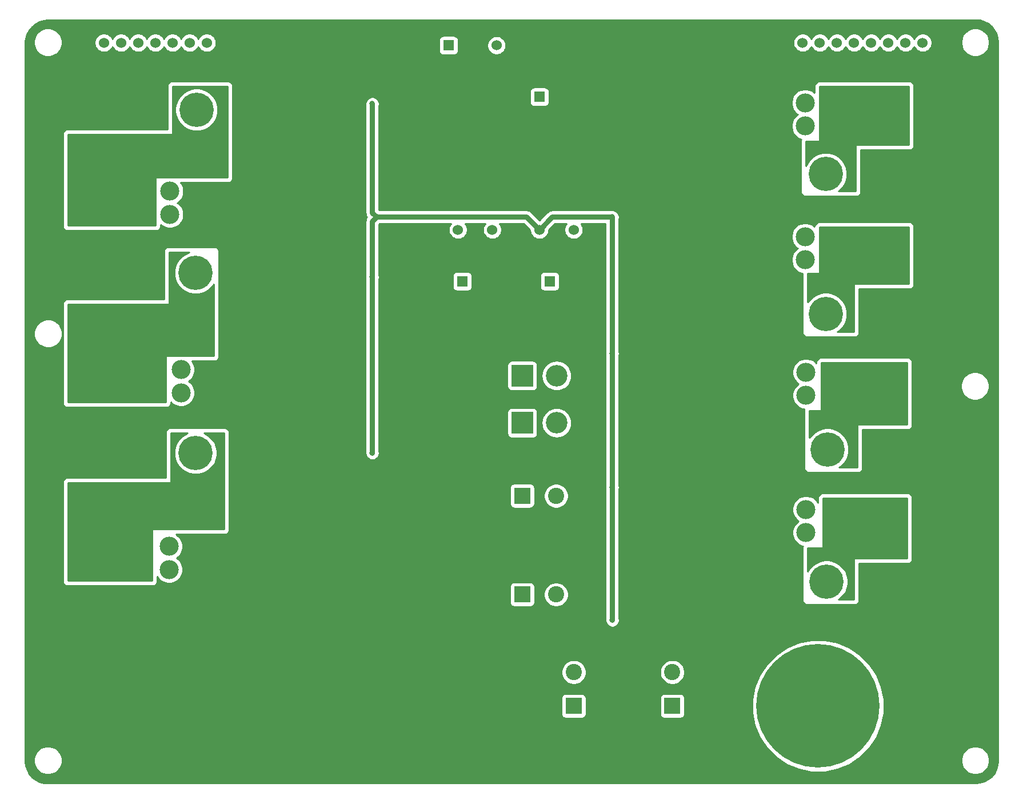
<source format=gbr>
G04 #@! TF.GenerationSoftware,KiCad,Pcbnew,(5.1.4)-1*
G04 #@! TF.CreationDate,2019-11-22T18:45:42-06:00*
G04 #@! TF.ProjectId,PowerBoard_Hardware,506f7765-7242-46f6-9172-645f48617264,rev?*
G04 #@! TF.SameCoordinates,Original*
G04 #@! TF.FileFunction,Copper,L2,Bot*
G04 #@! TF.FilePolarity,Positive*
%FSLAX46Y46*%
G04 Gerber Fmt 4.6, Leading zero omitted, Abs format (unit mm)*
G04 Created by KiCad (PCBNEW (5.1.4)-1) date 2019-11-22 18:45:42*
%MOMM*%
%LPD*%
G04 APERTURE LIST*
%ADD10C,2.819400*%
%ADD11C,1.524000*%
%ADD12C,18.288000*%
%ADD13C,2.400000*%
%ADD14R,2.400000X2.400000*%
%ADD15C,1.600000*%
%ADD16R,1.600000X1.600000*%
%ADD17C,5.080000*%
%ADD18O,3.200000X3.200000*%
%ADD19R,3.200000X3.200000*%
%ADD20C,0.800000*%
%ADD21C,0.762000*%
%ADD22C,0.254000*%
G04 APERTURE END LIST*
D10*
X117729000Y-82931000D03*
X117729000Y-86360000D03*
X104267000Y-86360000D03*
X104267000Y-82931000D03*
X116078000Y-56515000D03*
X116078000Y-59944000D03*
X102616000Y-59944000D03*
X102616000Y-56515000D03*
X115951000Y-109093000D03*
X115951000Y-112522000D03*
X102489000Y-112522000D03*
X102489000Y-109093000D03*
X210185000Y-46863000D03*
X210185000Y-43434000D03*
X223647000Y-43434000D03*
X223647000Y-46863000D03*
X223647000Y-66675000D03*
X223647000Y-63246000D03*
X210185000Y-63246000D03*
X210185000Y-66675000D03*
X223774000Y-86741000D03*
X223774000Y-83312000D03*
X210312000Y-83312000D03*
X210312000Y-86741000D03*
X223774000Y-107061000D03*
X223774000Y-103632000D03*
X210312000Y-103632000D03*
X210312000Y-107061000D03*
D11*
X227584000Y-34544000D03*
X225044000Y-34544000D03*
X222504000Y-34544000D03*
X219964000Y-34544000D03*
X217424000Y-34544000D03*
X214884000Y-34544000D03*
X212344000Y-34544000D03*
X209804000Y-34544000D03*
D12*
X212090000Y-132715000D03*
X140335000Y-133350000D03*
D11*
X175895000Y-62230000D03*
X173355000Y-62230000D03*
X170815000Y-62230000D03*
D13*
X175895000Y-127715000D03*
D14*
X175895000Y-132715000D03*
D15*
X159385000Y-67350000D03*
D16*
X159385000Y-69850000D03*
D15*
X172339000Y-67350000D03*
D16*
X172339000Y-69850000D03*
D14*
X168275000Y-101600000D03*
D13*
X173275000Y-101600000D03*
X173275000Y-116205000D03*
D14*
X168275000Y-116205000D03*
X190500000Y-132715000D03*
D13*
X190500000Y-127715000D03*
D16*
X170815000Y-42545000D03*
D15*
X173315000Y-42545000D03*
X157353000Y-37425000D03*
D16*
X157353000Y-34925000D03*
D17*
X119888000Y-95250000D03*
X112014000Y-95250000D03*
X112014000Y-68580000D03*
X119888000Y-68580000D03*
X120015000Y-44450000D03*
X112141000Y-44450000D03*
X221107000Y-53975000D03*
X213233000Y-53975000D03*
X221107000Y-74676000D03*
X213233000Y-74676000D03*
X213487000Y-94742000D03*
X221361000Y-94742000D03*
X221234000Y-114300000D03*
X213360000Y-114300000D03*
D18*
X173355000Y-83820000D03*
D19*
X168275000Y-83820000D03*
X168275000Y-90805000D03*
D18*
X173355000Y-90805000D03*
D11*
X163830000Y-62230000D03*
X161290000Y-62230000D03*
X158750000Y-62230000D03*
X164465000Y-34925000D03*
X167005000Y-34925000D03*
X106299000Y-34544000D03*
X108839000Y-34544000D03*
X111379000Y-34544000D03*
X113919000Y-34544000D03*
X116459000Y-34544000D03*
X118999000Y-34544000D03*
X121539000Y-34544000D03*
D20*
X184785000Y-42672000D03*
X184785000Y-63246000D03*
X195707000Y-41910000D03*
X199009000Y-44704000D03*
X195707000Y-43434000D03*
X195453000Y-62484000D03*
X195453000Y-64008000D03*
X199009000Y-65024000D03*
X206375000Y-56388000D03*
X206375000Y-58674000D03*
X206629000Y-76708000D03*
X206629000Y-78740000D03*
X184912000Y-83058000D03*
X195453000Y-83312000D03*
X184785000Y-102616000D03*
X195707000Y-103378000D03*
X202565000Y-57912000D03*
X126238000Y-44831000D03*
X144145000Y-60706000D03*
X132588000Y-60452000D03*
X129540000Y-58420000D03*
X202565000Y-78486000D03*
X202551000Y-98298000D03*
X202438000Y-118364000D03*
X126365000Y-71120000D03*
X144018000Y-86868000D03*
X133350000Y-86868000D03*
X129540000Y-84582000D03*
X144018000Y-113284000D03*
X126379000Y-96774000D03*
X167386000Y-58801000D03*
X167386000Y-55245000D03*
X167386000Y-51689000D03*
X167386000Y-48260000D03*
X179578000Y-54610000D03*
X179578000Y-51689000D03*
X179578000Y-48260000D03*
X181610000Y-120015000D03*
X181610000Y-100330000D03*
X181610000Y-60325000D03*
X181610000Y-80518000D03*
X146050000Y-43561000D03*
X146050000Y-69215000D03*
X146050000Y-95250000D03*
D21*
X181610000Y-60325000D02*
X181610000Y-80518000D01*
X181610000Y-80518000D02*
X181610000Y-120015000D01*
X146050000Y-43561000D02*
X146050000Y-59690000D01*
X146050000Y-59690000D02*
X146685000Y-60325000D01*
X146685000Y-60325000D02*
X146050000Y-60960000D01*
X146050000Y-60960000D02*
X146050000Y-62865000D01*
X146050000Y-62865000D02*
X146050000Y-69215000D01*
X146050000Y-69215000D02*
X146050000Y-95250000D01*
X172720000Y-60325000D02*
X181610000Y-60325000D01*
X170815000Y-62230000D02*
X172720000Y-60325000D01*
X168910000Y-60325000D02*
X170815000Y-62230000D01*
X146685000Y-60325000D02*
X168910000Y-60325000D01*
D22*
G36*
X225552000Y-49657000D02*
G01*
X217805000Y-49657000D01*
X217780224Y-49659440D01*
X217756399Y-49666667D01*
X217734443Y-49678403D01*
X217715197Y-49694197D01*
X217699403Y-49713443D01*
X217687667Y-49735399D01*
X217680440Y-49759224D01*
X217678000Y-49784000D01*
X217678000Y-56515000D01*
X215146469Y-56515000D01*
X215256944Y-56441183D01*
X215699183Y-55998944D01*
X216046648Y-55478926D01*
X216285986Y-54901113D01*
X216408000Y-54287710D01*
X216408000Y-53662290D01*
X216285986Y-53048887D01*
X216046648Y-52471074D01*
X215699183Y-51951056D01*
X215256944Y-51508817D01*
X214736926Y-51161352D01*
X214159113Y-50922014D01*
X213545710Y-50800000D01*
X212920290Y-50800000D01*
X212306887Y-50922014D01*
X211729074Y-51161352D01*
X211209056Y-51508817D01*
X210766817Y-51951056D01*
X210419352Y-52471074D01*
X210312000Y-52730245D01*
X210312000Y-49149000D01*
X212217000Y-49149000D01*
X212241776Y-49146560D01*
X212265601Y-49139333D01*
X212287557Y-49127597D01*
X212306803Y-49111803D01*
X212322597Y-49092557D01*
X212334333Y-49070601D01*
X212341560Y-49046776D01*
X212344000Y-49022000D01*
X212344000Y-41021000D01*
X225552000Y-41021000D01*
X225552000Y-49657000D01*
X225552000Y-49657000D01*
G37*
X225552000Y-49657000D02*
X217805000Y-49657000D01*
X217780224Y-49659440D01*
X217756399Y-49666667D01*
X217734443Y-49678403D01*
X217715197Y-49694197D01*
X217699403Y-49713443D01*
X217687667Y-49735399D01*
X217680440Y-49759224D01*
X217678000Y-49784000D01*
X217678000Y-56515000D01*
X215146469Y-56515000D01*
X215256944Y-56441183D01*
X215699183Y-55998944D01*
X216046648Y-55478926D01*
X216285986Y-54901113D01*
X216408000Y-54287710D01*
X216408000Y-53662290D01*
X216285986Y-53048887D01*
X216046648Y-52471074D01*
X215699183Y-51951056D01*
X215256944Y-51508817D01*
X214736926Y-51161352D01*
X214159113Y-50922014D01*
X213545710Y-50800000D01*
X212920290Y-50800000D01*
X212306887Y-50922014D01*
X211729074Y-51161352D01*
X211209056Y-51508817D01*
X210766817Y-51951056D01*
X210419352Y-52471074D01*
X210312000Y-52730245D01*
X210312000Y-49149000D01*
X212217000Y-49149000D01*
X212241776Y-49146560D01*
X212265601Y-49139333D01*
X212287557Y-49127597D01*
X212306803Y-49111803D01*
X212322597Y-49092557D01*
X212334333Y-49070601D01*
X212341560Y-49046776D01*
X212344000Y-49022000D01*
X212344000Y-41021000D01*
X225552000Y-41021000D01*
X225552000Y-49657000D01*
G36*
X225552000Y-70231000D02*
G01*
X217551000Y-70231000D01*
X217526224Y-70233440D01*
X217502399Y-70240667D01*
X217480443Y-70252403D01*
X217461197Y-70268197D01*
X217445403Y-70287443D01*
X217433667Y-70309399D01*
X217426440Y-70333224D01*
X217424000Y-70358000D01*
X217424000Y-77343000D01*
X214956400Y-77343000D01*
X215256944Y-77142183D01*
X215699183Y-76699944D01*
X216046648Y-76179926D01*
X216285986Y-75602113D01*
X216408000Y-74988710D01*
X216408000Y-74363290D01*
X216285986Y-73749887D01*
X216046648Y-73172074D01*
X215699183Y-72652056D01*
X215256944Y-72209817D01*
X214736926Y-71862352D01*
X214159113Y-71623014D01*
X213545710Y-71501000D01*
X212920290Y-71501000D01*
X212306887Y-71623014D01*
X211729074Y-71862352D01*
X211209056Y-72209817D01*
X210766817Y-72652056D01*
X210566000Y-72952600D01*
X210566000Y-68707000D01*
X212217000Y-68707000D01*
X212241776Y-68704560D01*
X212265601Y-68697333D01*
X212287557Y-68685597D01*
X212306803Y-68669803D01*
X212322597Y-68650557D01*
X212334333Y-68628601D01*
X212341560Y-68604776D01*
X212344000Y-68580000D01*
X212344000Y-61849000D01*
X225552000Y-61849000D01*
X225552000Y-70231000D01*
X225552000Y-70231000D01*
G37*
X225552000Y-70231000D02*
X217551000Y-70231000D01*
X217526224Y-70233440D01*
X217502399Y-70240667D01*
X217480443Y-70252403D01*
X217461197Y-70268197D01*
X217445403Y-70287443D01*
X217433667Y-70309399D01*
X217426440Y-70333224D01*
X217424000Y-70358000D01*
X217424000Y-77343000D01*
X214956400Y-77343000D01*
X215256944Y-77142183D01*
X215699183Y-76699944D01*
X216046648Y-76179926D01*
X216285986Y-75602113D01*
X216408000Y-74988710D01*
X216408000Y-74363290D01*
X216285986Y-73749887D01*
X216046648Y-73172074D01*
X215699183Y-72652056D01*
X215256944Y-72209817D01*
X214736926Y-71862352D01*
X214159113Y-71623014D01*
X213545710Y-71501000D01*
X212920290Y-71501000D01*
X212306887Y-71623014D01*
X211729074Y-71862352D01*
X211209056Y-72209817D01*
X210766817Y-72652056D01*
X210566000Y-72952600D01*
X210566000Y-68707000D01*
X212217000Y-68707000D01*
X212241776Y-68704560D01*
X212265601Y-68697333D01*
X212287557Y-68685597D01*
X212306803Y-68669803D01*
X212322597Y-68650557D01*
X212334333Y-68628601D01*
X212341560Y-68604776D01*
X212344000Y-68580000D01*
X212344000Y-61849000D01*
X225552000Y-61849000D01*
X225552000Y-70231000D01*
G36*
X225298000Y-91059000D02*
G01*
X218059000Y-91059000D01*
X218034224Y-91061440D01*
X218010399Y-91068667D01*
X217988443Y-91080403D01*
X217969197Y-91096197D01*
X217953403Y-91115443D01*
X217941667Y-91137399D01*
X217934440Y-91161224D01*
X217932000Y-91186000D01*
X217932000Y-97409000D01*
X215210400Y-97409000D01*
X215510944Y-97208183D01*
X215953183Y-96765944D01*
X216300648Y-96245926D01*
X216539986Y-95668113D01*
X216662000Y-95054710D01*
X216662000Y-94429290D01*
X216539986Y-93815887D01*
X216300648Y-93238074D01*
X215953183Y-92718056D01*
X215510944Y-92275817D01*
X214990926Y-91928352D01*
X214413113Y-91689014D01*
X213799710Y-91567000D01*
X213174290Y-91567000D01*
X212560887Y-91689014D01*
X211983074Y-91928352D01*
X211463056Y-92275817D01*
X211020817Y-92718056D01*
X210820000Y-93018600D01*
X210820000Y-89027000D01*
X212471000Y-89027000D01*
X212495776Y-89024560D01*
X212519601Y-89017333D01*
X212541557Y-89005597D01*
X212560803Y-88989803D01*
X212576597Y-88970557D01*
X212588333Y-88948601D01*
X212595560Y-88924776D01*
X212598000Y-88900000D01*
X212598000Y-81915000D01*
X225298000Y-81915000D01*
X225298000Y-91059000D01*
X225298000Y-91059000D01*
G37*
X225298000Y-91059000D02*
X218059000Y-91059000D01*
X218034224Y-91061440D01*
X218010399Y-91068667D01*
X217988443Y-91080403D01*
X217969197Y-91096197D01*
X217953403Y-91115443D01*
X217941667Y-91137399D01*
X217934440Y-91161224D01*
X217932000Y-91186000D01*
X217932000Y-97409000D01*
X215210400Y-97409000D01*
X215510944Y-97208183D01*
X215953183Y-96765944D01*
X216300648Y-96245926D01*
X216539986Y-95668113D01*
X216662000Y-95054710D01*
X216662000Y-94429290D01*
X216539986Y-93815887D01*
X216300648Y-93238074D01*
X215953183Y-92718056D01*
X215510944Y-92275817D01*
X214990926Y-91928352D01*
X214413113Y-91689014D01*
X213799710Y-91567000D01*
X213174290Y-91567000D01*
X212560887Y-91689014D01*
X211983074Y-91928352D01*
X211463056Y-92275817D01*
X211020817Y-92718056D01*
X210820000Y-93018600D01*
X210820000Y-89027000D01*
X212471000Y-89027000D01*
X212495776Y-89024560D01*
X212519601Y-89017333D01*
X212541557Y-89005597D01*
X212560803Y-88989803D01*
X212576597Y-88970557D01*
X212588333Y-88948601D01*
X212595560Y-88924776D01*
X212598000Y-88900000D01*
X212598000Y-81915000D01*
X225298000Y-81915000D01*
X225298000Y-91059000D01*
G36*
X236093891Y-31205515D02*
G01*
X236705565Y-31390190D01*
X237269710Y-31690151D01*
X237764856Y-32093982D01*
X238172133Y-32586297D01*
X238476026Y-33148336D01*
X238664969Y-33758709D01*
X238735001Y-34425022D01*
X238735000Y-140810721D01*
X238669485Y-141478892D01*
X238484812Y-142090561D01*
X238184848Y-142654711D01*
X237781018Y-143149855D01*
X237288703Y-143557133D01*
X236726664Y-143861026D01*
X236116292Y-144049969D01*
X235449978Y-144120001D01*
X98076409Y-144119999D01*
X98044000Y-144116807D01*
X98033188Y-144117872D01*
X97384652Y-144075337D01*
X96766956Y-143910377D01*
X96193072Y-143628583D01*
X95684844Y-143240683D01*
X95261645Y-142761461D01*
X94939585Y-142209162D01*
X94730933Y-141604829D01*
X94640826Y-140951067D01*
X94640000Y-140714555D01*
X94640000Y-140564240D01*
X95879920Y-140564240D01*
X95879920Y-140979520D01*
X95960937Y-141386819D01*
X96119857Y-141770487D01*
X96350574Y-142115779D01*
X96644221Y-142409426D01*
X96989513Y-142640143D01*
X97373181Y-142799063D01*
X97780480Y-142880080D01*
X98195760Y-142880080D01*
X98603059Y-142799063D01*
X98986727Y-142640143D01*
X99332019Y-142409426D01*
X99625666Y-142115779D01*
X99856383Y-141770487D01*
X100015303Y-141386819D01*
X100096320Y-140979520D01*
X100096320Y-140564240D01*
X100015303Y-140156941D01*
X99856383Y-139773273D01*
X99625666Y-139427981D01*
X99332019Y-139134334D01*
X98986727Y-138903617D01*
X98603059Y-138744697D01*
X98195760Y-138663680D01*
X97780480Y-138663680D01*
X97373181Y-138744697D01*
X96989513Y-138903617D01*
X96644221Y-139134334D01*
X96350574Y-139427981D01*
X96119857Y-139773273D01*
X95960937Y-140156941D01*
X95879920Y-140564240D01*
X94640000Y-140564240D01*
X94640000Y-131515000D01*
X174056928Y-131515000D01*
X174056928Y-133915000D01*
X174069188Y-134039482D01*
X174105498Y-134159180D01*
X174164463Y-134269494D01*
X174243815Y-134366185D01*
X174340506Y-134445537D01*
X174450820Y-134504502D01*
X174570518Y-134540812D01*
X174695000Y-134553072D01*
X177095000Y-134553072D01*
X177219482Y-134540812D01*
X177339180Y-134504502D01*
X177449494Y-134445537D01*
X177546185Y-134366185D01*
X177625537Y-134269494D01*
X177684502Y-134159180D01*
X177720812Y-134039482D01*
X177733072Y-133915000D01*
X177733072Y-131515000D01*
X188661928Y-131515000D01*
X188661928Y-133915000D01*
X188674188Y-134039482D01*
X188710498Y-134159180D01*
X188769463Y-134269494D01*
X188848815Y-134366185D01*
X188945506Y-134445537D01*
X189055820Y-134504502D01*
X189175518Y-134540812D01*
X189300000Y-134553072D01*
X191700000Y-134553072D01*
X191824482Y-134540812D01*
X191944180Y-134504502D01*
X192054494Y-134445537D01*
X192151185Y-134366185D01*
X192230537Y-134269494D01*
X192289502Y-134159180D01*
X192325812Y-134039482D01*
X192338072Y-133915000D01*
X192338072Y-131751853D01*
X202311000Y-131751853D01*
X202311000Y-133678147D01*
X202686802Y-135567429D01*
X203423963Y-137347093D01*
X204494155Y-138948749D01*
X205856251Y-140310845D01*
X207457907Y-141381037D01*
X209237571Y-142118198D01*
X211126853Y-142494000D01*
X213053147Y-142494000D01*
X214942429Y-142118198D01*
X216722093Y-141381037D01*
X217944516Y-140564240D01*
X233278680Y-140564240D01*
X233278680Y-140979520D01*
X233359697Y-141386819D01*
X233518617Y-141770487D01*
X233749334Y-142115779D01*
X234042981Y-142409426D01*
X234388273Y-142640143D01*
X234771941Y-142799063D01*
X235179240Y-142880080D01*
X235594520Y-142880080D01*
X236001819Y-142799063D01*
X236385487Y-142640143D01*
X236730779Y-142409426D01*
X237024426Y-142115779D01*
X237255143Y-141770487D01*
X237414063Y-141386819D01*
X237495080Y-140979520D01*
X237495080Y-140564240D01*
X237414063Y-140156941D01*
X237255143Y-139773273D01*
X237024426Y-139427981D01*
X236730779Y-139134334D01*
X236385487Y-138903617D01*
X236001819Y-138744697D01*
X235594520Y-138663680D01*
X235179240Y-138663680D01*
X234771941Y-138744697D01*
X234388273Y-138903617D01*
X234042981Y-139134334D01*
X233749334Y-139427981D01*
X233518617Y-139773273D01*
X233359697Y-140156941D01*
X233278680Y-140564240D01*
X217944516Y-140564240D01*
X218323749Y-140310845D01*
X219685845Y-138948749D01*
X220756037Y-137347093D01*
X221493198Y-135567429D01*
X221869000Y-133678147D01*
X221869000Y-131751853D01*
X221493198Y-129862571D01*
X220756037Y-128082907D01*
X219685845Y-126481251D01*
X218323749Y-125119155D01*
X216722093Y-124048963D01*
X214942429Y-123311802D01*
X213053147Y-122936000D01*
X211126853Y-122936000D01*
X209237571Y-123311802D01*
X207457907Y-124048963D01*
X205856251Y-125119155D01*
X204494155Y-126481251D01*
X203423963Y-128082907D01*
X202686802Y-129862571D01*
X202311000Y-131751853D01*
X192338072Y-131751853D01*
X192338072Y-131515000D01*
X192325812Y-131390518D01*
X192289502Y-131270820D01*
X192230537Y-131160506D01*
X192151185Y-131063815D01*
X192054494Y-130984463D01*
X191944180Y-130925498D01*
X191824482Y-130889188D01*
X191700000Y-130876928D01*
X189300000Y-130876928D01*
X189175518Y-130889188D01*
X189055820Y-130925498D01*
X188945506Y-130984463D01*
X188848815Y-131063815D01*
X188769463Y-131160506D01*
X188710498Y-131270820D01*
X188674188Y-131390518D01*
X188661928Y-131515000D01*
X177733072Y-131515000D01*
X177720812Y-131390518D01*
X177684502Y-131270820D01*
X177625537Y-131160506D01*
X177546185Y-131063815D01*
X177449494Y-130984463D01*
X177339180Y-130925498D01*
X177219482Y-130889188D01*
X177095000Y-130876928D01*
X174695000Y-130876928D01*
X174570518Y-130889188D01*
X174450820Y-130925498D01*
X174340506Y-130984463D01*
X174243815Y-131063815D01*
X174164463Y-131160506D01*
X174105498Y-131270820D01*
X174069188Y-131390518D01*
X174056928Y-131515000D01*
X94640000Y-131515000D01*
X94640000Y-127534268D01*
X174060000Y-127534268D01*
X174060000Y-127895732D01*
X174130518Y-128250250D01*
X174268844Y-128584199D01*
X174469662Y-128884744D01*
X174725256Y-129140338D01*
X175025801Y-129341156D01*
X175359750Y-129479482D01*
X175714268Y-129550000D01*
X176075732Y-129550000D01*
X176430250Y-129479482D01*
X176764199Y-129341156D01*
X177064744Y-129140338D01*
X177320338Y-128884744D01*
X177521156Y-128584199D01*
X177659482Y-128250250D01*
X177730000Y-127895732D01*
X177730000Y-127534268D01*
X188665000Y-127534268D01*
X188665000Y-127895732D01*
X188735518Y-128250250D01*
X188873844Y-128584199D01*
X189074662Y-128884744D01*
X189330256Y-129140338D01*
X189630801Y-129341156D01*
X189964750Y-129479482D01*
X190319268Y-129550000D01*
X190680732Y-129550000D01*
X191035250Y-129479482D01*
X191369199Y-129341156D01*
X191669744Y-129140338D01*
X191925338Y-128884744D01*
X192126156Y-128584199D01*
X192264482Y-128250250D01*
X192335000Y-127895732D01*
X192335000Y-127534268D01*
X192264482Y-127179750D01*
X192126156Y-126845801D01*
X191925338Y-126545256D01*
X191669744Y-126289662D01*
X191369199Y-126088844D01*
X191035250Y-125950518D01*
X190680732Y-125880000D01*
X190319268Y-125880000D01*
X189964750Y-125950518D01*
X189630801Y-126088844D01*
X189330256Y-126289662D01*
X189074662Y-126545256D01*
X188873844Y-126845801D01*
X188735518Y-127179750D01*
X188665000Y-127534268D01*
X177730000Y-127534268D01*
X177659482Y-127179750D01*
X177521156Y-126845801D01*
X177320338Y-126545256D01*
X177064744Y-126289662D01*
X176764199Y-126088844D01*
X176430250Y-125950518D01*
X176075732Y-125880000D01*
X175714268Y-125880000D01*
X175359750Y-125950518D01*
X175025801Y-126088844D01*
X174725256Y-126289662D01*
X174469662Y-126545256D01*
X174268844Y-126845801D01*
X174130518Y-127179750D01*
X174060000Y-127534268D01*
X94640000Y-127534268D01*
X94640000Y-115005000D01*
X166436928Y-115005000D01*
X166436928Y-117405000D01*
X166449188Y-117529482D01*
X166485498Y-117649180D01*
X166544463Y-117759494D01*
X166623815Y-117856185D01*
X166720506Y-117935537D01*
X166830820Y-117994502D01*
X166950518Y-118030812D01*
X167075000Y-118043072D01*
X169475000Y-118043072D01*
X169599482Y-118030812D01*
X169719180Y-117994502D01*
X169829494Y-117935537D01*
X169926185Y-117856185D01*
X170005537Y-117759494D01*
X170064502Y-117649180D01*
X170100812Y-117529482D01*
X170113072Y-117405000D01*
X170113072Y-116024268D01*
X171440000Y-116024268D01*
X171440000Y-116385732D01*
X171510518Y-116740250D01*
X171648844Y-117074199D01*
X171849662Y-117374744D01*
X172105256Y-117630338D01*
X172405801Y-117831156D01*
X172739750Y-117969482D01*
X173094268Y-118040000D01*
X173455732Y-118040000D01*
X173810250Y-117969482D01*
X174144199Y-117831156D01*
X174444744Y-117630338D01*
X174700338Y-117374744D01*
X174901156Y-117074199D01*
X175039482Y-116740250D01*
X175110000Y-116385732D01*
X175110000Y-116024268D01*
X175039482Y-115669750D01*
X174901156Y-115335801D01*
X174700338Y-115035256D01*
X174444744Y-114779662D01*
X174144199Y-114578844D01*
X173810250Y-114440518D01*
X173455732Y-114370000D01*
X173094268Y-114370000D01*
X172739750Y-114440518D01*
X172405801Y-114578844D01*
X172105256Y-114779662D01*
X171849662Y-115035256D01*
X171648844Y-115335801D01*
X171510518Y-115669750D01*
X171440000Y-116024268D01*
X170113072Y-116024268D01*
X170113072Y-115005000D01*
X170100812Y-114880518D01*
X170064502Y-114760820D01*
X170005537Y-114650506D01*
X169926185Y-114553815D01*
X169829494Y-114474463D01*
X169719180Y-114415498D01*
X169599482Y-114379188D01*
X169475000Y-114366928D01*
X167075000Y-114366928D01*
X166950518Y-114379188D01*
X166830820Y-114415498D01*
X166720506Y-114474463D01*
X166623815Y-114553815D01*
X166544463Y-114650506D01*
X166485498Y-114760820D01*
X166449188Y-114880518D01*
X166436928Y-115005000D01*
X94640000Y-115005000D01*
X94640000Y-99568000D01*
X100203000Y-99568000D01*
X100203000Y-114300000D01*
X100215201Y-114423882D01*
X100251336Y-114543004D01*
X100310017Y-114652787D01*
X100388987Y-114749013D01*
X100485213Y-114827983D01*
X100594996Y-114886664D01*
X100714118Y-114922799D01*
X100838000Y-114935000D01*
X113538000Y-114935000D01*
X113661882Y-114922799D01*
X113781004Y-114886664D01*
X113890787Y-114827983D01*
X113987013Y-114749013D01*
X114065983Y-114652787D01*
X114124664Y-114543004D01*
X114160799Y-114423882D01*
X114173000Y-114300000D01*
X114173000Y-113541396D01*
X114362778Y-113825420D01*
X114647580Y-114110222D01*
X114982472Y-114333989D01*
X115354583Y-114488123D01*
X115749615Y-114566700D01*
X116152385Y-114566700D01*
X116547417Y-114488123D01*
X116919528Y-114333989D01*
X117254420Y-114110222D01*
X117539222Y-113825420D01*
X117762989Y-113490528D01*
X117917123Y-113118417D01*
X117995700Y-112723385D01*
X117995700Y-112320615D01*
X117917123Y-111925583D01*
X117762989Y-111553472D01*
X117539222Y-111218580D01*
X117254420Y-110933778D01*
X117065431Y-110807500D01*
X117254420Y-110681222D01*
X117539222Y-110396420D01*
X117762989Y-110061528D01*
X117917123Y-109689417D01*
X117995700Y-109294385D01*
X117995700Y-108891615D01*
X117917123Y-108496583D01*
X117762989Y-108124472D01*
X117539222Y-107789580D01*
X117254420Y-107504778D01*
X116970396Y-107315000D01*
X124206000Y-107315000D01*
X124329882Y-107302799D01*
X124449004Y-107266664D01*
X124558787Y-107207983D01*
X124655013Y-107129013D01*
X124733983Y-107032787D01*
X124792664Y-106923004D01*
X124828799Y-106803882D01*
X124841000Y-106680000D01*
X124841000Y-100400000D01*
X166436928Y-100400000D01*
X166436928Y-102800000D01*
X166449188Y-102924482D01*
X166485498Y-103044180D01*
X166544463Y-103154494D01*
X166623815Y-103251185D01*
X166720506Y-103330537D01*
X166830820Y-103389502D01*
X166950518Y-103425812D01*
X167075000Y-103438072D01*
X169475000Y-103438072D01*
X169599482Y-103425812D01*
X169719180Y-103389502D01*
X169829494Y-103330537D01*
X169926185Y-103251185D01*
X170005537Y-103154494D01*
X170064502Y-103044180D01*
X170100812Y-102924482D01*
X170113072Y-102800000D01*
X170113072Y-101419268D01*
X171440000Y-101419268D01*
X171440000Y-101780732D01*
X171510518Y-102135250D01*
X171648844Y-102469199D01*
X171849662Y-102769744D01*
X172105256Y-103025338D01*
X172405801Y-103226156D01*
X172739750Y-103364482D01*
X173094268Y-103435000D01*
X173455732Y-103435000D01*
X173810250Y-103364482D01*
X174144199Y-103226156D01*
X174444744Y-103025338D01*
X174700338Y-102769744D01*
X174901156Y-102469199D01*
X175039482Y-102135250D01*
X175110000Y-101780732D01*
X175110000Y-101419268D01*
X175039482Y-101064750D01*
X174901156Y-100730801D01*
X174700338Y-100430256D01*
X174444744Y-100174662D01*
X174144199Y-99973844D01*
X173810250Y-99835518D01*
X173455732Y-99765000D01*
X173094268Y-99765000D01*
X172739750Y-99835518D01*
X172405801Y-99973844D01*
X172105256Y-100174662D01*
X171849662Y-100430256D01*
X171648844Y-100730801D01*
X171510518Y-101064750D01*
X171440000Y-101419268D01*
X170113072Y-101419268D01*
X170113072Y-100400000D01*
X170100812Y-100275518D01*
X170064502Y-100155820D01*
X170005537Y-100045506D01*
X169926185Y-99948815D01*
X169829494Y-99869463D01*
X169719180Y-99810498D01*
X169599482Y-99774188D01*
X169475000Y-99761928D01*
X167075000Y-99761928D01*
X166950518Y-99774188D01*
X166830820Y-99810498D01*
X166720506Y-99869463D01*
X166623815Y-99948815D01*
X166544463Y-100045506D01*
X166485498Y-100155820D01*
X166449188Y-100275518D01*
X166436928Y-100400000D01*
X124841000Y-100400000D01*
X124841000Y-92202000D01*
X124828799Y-92078118D01*
X124792664Y-91958996D01*
X124733983Y-91849213D01*
X124655013Y-91752987D01*
X124558787Y-91674017D01*
X124449004Y-91615336D01*
X124329882Y-91579201D01*
X124206000Y-91567000D01*
X116078000Y-91567000D01*
X115954118Y-91579201D01*
X115834996Y-91615336D01*
X115725213Y-91674017D01*
X115628987Y-91752987D01*
X115550017Y-91849213D01*
X115491336Y-91958996D01*
X115455201Y-92078118D01*
X115443000Y-92202000D01*
X115443000Y-98933000D01*
X100838000Y-98933000D01*
X100714118Y-98945201D01*
X100594996Y-98981336D01*
X100485213Y-99040017D01*
X100388987Y-99118987D01*
X100310017Y-99215213D01*
X100251336Y-99324996D01*
X100215201Y-99444118D01*
X100203000Y-99568000D01*
X94640000Y-99568000D01*
X94640000Y-77389360D01*
X95935800Y-77389360D01*
X95935800Y-77804640D01*
X96016817Y-78211939D01*
X96175737Y-78595607D01*
X96406454Y-78940899D01*
X96700101Y-79234546D01*
X97045393Y-79465263D01*
X97429061Y-79624183D01*
X97836360Y-79705200D01*
X98251640Y-79705200D01*
X98658939Y-79624183D01*
X99042607Y-79465263D01*
X99387899Y-79234546D01*
X99681546Y-78940899D01*
X99912263Y-78595607D01*
X100071183Y-78211939D01*
X100152200Y-77804640D01*
X100152200Y-77389360D01*
X100071183Y-76982061D01*
X99912263Y-76598393D01*
X99681546Y-76253101D01*
X99387899Y-75959454D01*
X99042607Y-75728737D01*
X98658939Y-75569817D01*
X98251640Y-75488800D01*
X97836360Y-75488800D01*
X97429061Y-75569817D01*
X97045393Y-75728737D01*
X96700101Y-75959454D01*
X96406454Y-76253101D01*
X96175737Y-76598393D01*
X96016817Y-76982061D01*
X95935800Y-77389360D01*
X94640000Y-77389360D01*
X94640000Y-73152000D01*
X100203000Y-73152000D01*
X100203000Y-87884000D01*
X100215201Y-88007882D01*
X100251336Y-88127004D01*
X100310017Y-88236787D01*
X100388987Y-88333013D01*
X100485213Y-88411983D01*
X100594996Y-88470664D01*
X100714118Y-88506799D01*
X100838000Y-88519000D01*
X115570000Y-88519000D01*
X115693882Y-88506799D01*
X115813004Y-88470664D01*
X115922787Y-88411983D01*
X116019013Y-88333013D01*
X116097983Y-88236787D01*
X116156664Y-88127004D01*
X116192799Y-88007882D01*
X116205000Y-87884000D01*
X116205000Y-87727642D01*
X116425580Y-87948222D01*
X116760472Y-88171989D01*
X117132583Y-88326123D01*
X117527615Y-88404700D01*
X117930385Y-88404700D01*
X118325417Y-88326123D01*
X118697528Y-88171989D01*
X119032420Y-87948222D01*
X119317222Y-87663420D01*
X119540989Y-87328528D01*
X119695123Y-86956417D01*
X119773700Y-86561385D01*
X119773700Y-86158615D01*
X119695123Y-85763583D01*
X119540989Y-85391472D01*
X119317222Y-85056580D01*
X119032420Y-84771778D01*
X118843431Y-84645500D01*
X119032420Y-84519222D01*
X119317222Y-84234420D01*
X119540989Y-83899528D01*
X119695123Y-83527417D01*
X119773700Y-83132385D01*
X119773700Y-82729615D01*
X119695123Y-82334583D01*
X119540989Y-81962472D01*
X119339552Y-81661000D01*
X122682000Y-81661000D01*
X122805882Y-81648799D01*
X122925004Y-81612664D01*
X123034787Y-81553983D01*
X123131013Y-81475013D01*
X123209983Y-81378787D01*
X123268664Y-81269004D01*
X123304799Y-81149882D01*
X123317000Y-81026000D01*
X123317000Y-65405000D01*
X123304799Y-65281118D01*
X123268664Y-65161996D01*
X123209983Y-65052213D01*
X123131013Y-64955987D01*
X123034787Y-64877017D01*
X122925004Y-64818336D01*
X122805882Y-64782201D01*
X122682000Y-64770000D01*
X115824000Y-64770000D01*
X115700118Y-64782201D01*
X115580996Y-64818336D01*
X115471213Y-64877017D01*
X115374987Y-64955987D01*
X115296017Y-65052213D01*
X115237336Y-65161996D01*
X115201201Y-65281118D01*
X115189000Y-65405000D01*
X115189000Y-72517000D01*
X100838000Y-72517000D01*
X100714118Y-72529201D01*
X100594996Y-72565336D01*
X100485213Y-72624017D01*
X100388987Y-72702987D01*
X100310017Y-72799213D01*
X100251336Y-72908996D01*
X100215201Y-73028118D01*
X100203000Y-73152000D01*
X94640000Y-73152000D01*
X94640000Y-48006000D01*
X100203000Y-48006000D01*
X100203000Y-61722000D01*
X100215201Y-61845882D01*
X100251336Y-61965004D01*
X100310017Y-62074787D01*
X100388987Y-62171013D01*
X100485213Y-62249983D01*
X100594996Y-62308664D01*
X100714118Y-62344799D01*
X100838000Y-62357000D01*
X114046000Y-62357000D01*
X114169882Y-62344799D01*
X114289004Y-62308664D01*
X114398787Y-62249983D01*
X114495013Y-62171013D01*
X114573983Y-62074787D01*
X114632664Y-61965004D01*
X114668799Y-61845882D01*
X114681000Y-61722000D01*
X114681000Y-61438642D01*
X114774580Y-61532222D01*
X115109472Y-61755989D01*
X115481583Y-61910123D01*
X115876615Y-61988700D01*
X116279385Y-61988700D01*
X116674417Y-61910123D01*
X117046528Y-61755989D01*
X117381420Y-61532222D01*
X117666222Y-61247420D01*
X117889989Y-60912528D01*
X118044123Y-60540417D01*
X118122700Y-60145385D01*
X118122700Y-59742615D01*
X118044123Y-59347583D01*
X117889989Y-58975472D01*
X117666222Y-58640580D01*
X117381420Y-58355778D01*
X117192431Y-58229500D01*
X117381420Y-58103222D01*
X117666222Y-57818420D01*
X117889989Y-57483528D01*
X118044123Y-57111417D01*
X118122700Y-56716385D01*
X118122700Y-56313615D01*
X118044123Y-55918583D01*
X117889989Y-55546472D01*
X117688552Y-55245000D01*
X124714000Y-55245000D01*
X124837882Y-55232799D01*
X124957004Y-55196664D01*
X125066787Y-55137983D01*
X125163013Y-55059013D01*
X125241983Y-54962787D01*
X125300664Y-54853004D01*
X125336799Y-54733882D01*
X125349000Y-54610000D01*
X125349000Y-43459061D01*
X145015000Y-43459061D01*
X145015000Y-43662939D01*
X145034000Y-43758459D01*
X145034001Y-59640088D01*
X145029085Y-59690000D01*
X145048702Y-59889170D01*
X145106799Y-60080687D01*
X145201141Y-60257190D01*
X145256791Y-60324999D01*
X145201140Y-60392810D01*
X145106798Y-60569314D01*
X145063844Y-60710915D01*
X145048702Y-60760830D01*
X145029085Y-60960000D01*
X145034000Y-61009902D01*
X145034001Y-62815089D01*
X145034000Y-62815099D01*
X145034001Y-69017536D01*
X145015000Y-69113061D01*
X145015000Y-69316939D01*
X145034000Y-69412459D01*
X145034001Y-95052536D01*
X145015000Y-95148061D01*
X145015000Y-95351939D01*
X145054774Y-95551898D01*
X145132795Y-95740256D01*
X145246063Y-95909774D01*
X145390226Y-96053937D01*
X145559744Y-96167205D01*
X145748102Y-96245226D01*
X145948061Y-96285000D01*
X146151939Y-96285000D01*
X146351898Y-96245226D01*
X146540256Y-96167205D01*
X146709774Y-96053937D01*
X146853937Y-95909774D01*
X146967205Y-95740256D01*
X147045226Y-95551898D01*
X147085000Y-95351939D01*
X147085000Y-95148061D01*
X147066000Y-95052541D01*
X147066000Y-89205000D01*
X166036928Y-89205000D01*
X166036928Y-92405000D01*
X166049188Y-92529482D01*
X166085498Y-92649180D01*
X166144463Y-92759494D01*
X166223815Y-92856185D01*
X166320506Y-92935537D01*
X166430820Y-92994502D01*
X166550518Y-93030812D01*
X166675000Y-93043072D01*
X169875000Y-93043072D01*
X169999482Y-93030812D01*
X170119180Y-92994502D01*
X170229494Y-92935537D01*
X170326185Y-92856185D01*
X170405537Y-92759494D01*
X170464502Y-92649180D01*
X170500812Y-92529482D01*
X170513072Y-92405000D01*
X170513072Y-90805000D01*
X171109186Y-90805000D01*
X171152339Y-91243137D01*
X171280138Y-91664436D01*
X171487674Y-92052707D01*
X171766970Y-92393030D01*
X172107293Y-92672326D01*
X172495564Y-92879862D01*
X172916863Y-93007661D01*
X173245204Y-93040000D01*
X173464796Y-93040000D01*
X173793137Y-93007661D01*
X174214436Y-92879862D01*
X174602707Y-92672326D01*
X174943030Y-92393030D01*
X175222326Y-92052707D01*
X175429862Y-91664436D01*
X175557661Y-91243137D01*
X175600814Y-90805000D01*
X175557661Y-90366863D01*
X175429862Y-89945564D01*
X175222326Y-89557293D01*
X174943030Y-89216970D01*
X174602707Y-88937674D01*
X174214436Y-88730138D01*
X173793137Y-88602339D01*
X173464796Y-88570000D01*
X173245204Y-88570000D01*
X172916863Y-88602339D01*
X172495564Y-88730138D01*
X172107293Y-88937674D01*
X171766970Y-89216970D01*
X171487674Y-89557293D01*
X171280138Y-89945564D01*
X171152339Y-90366863D01*
X171109186Y-90805000D01*
X170513072Y-90805000D01*
X170513072Y-89205000D01*
X170500812Y-89080518D01*
X170464502Y-88960820D01*
X170405537Y-88850506D01*
X170326185Y-88753815D01*
X170229494Y-88674463D01*
X170119180Y-88615498D01*
X169999482Y-88579188D01*
X169875000Y-88566928D01*
X166675000Y-88566928D01*
X166550518Y-88579188D01*
X166430820Y-88615498D01*
X166320506Y-88674463D01*
X166223815Y-88753815D01*
X166144463Y-88850506D01*
X166085498Y-88960820D01*
X166049188Y-89080518D01*
X166036928Y-89205000D01*
X147066000Y-89205000D01*
X147066000Y-82220000D01*
X166036928Y-82220000D01*
X166036928Y-85420000D01*
X166049188Y-85544482D01*
X166085498Y-85664180D01*
X166144463Y-85774494D01*
X166223815Y-85871185D01*
X166320506Y-85950537D01*
X166430820Y-86009502D01*
X166550518Y-86045812D01*
X166675000Y-86058072D01*
X169875000Y-86058072D01*
X169999482Y-86045812D01*
X170119180Y-86009502D01*
X170229494Y-85950537D01*
X170326185Y-85871185D01*
X170405537Y-85774494D01*
X170464502Y-85664180D01*
X170500812Y-85544482D01*
X170513072Y-85420000D01*
X170513072Y-83820000D01*
X171109186Y-83820000D01*
X171152339Y-84258137D01*
X171280138Y-84679436D01*
X171487674Y-85067707D01*
X171766970Y-85408030D01*
X172107293Y-85687326D01*
X172495564Y-85894862D01*
X172916863Y-86022661D01*
X173245204Y-86055000D01*
X173464796Y-86055000D01*
X173793137Y-86022661D01*
X174214436Y-85894862D01*
X174602707Y-85687326D01*
X174943030Y-85408030D01*
X175222326Y-85067707D01*
X175429862Y-84679436D01*
X175557661Y-84258137D01*
X175600814Y-83820000D01*
X175557661Y-83381863D01*
X175429862Y-82960564D01*
X175222326Y-82572293D01*
X174943030Y-82231970D01*
X174602707Y-81952674D01*
X174214436Y-81745138D01*
X173793137Y-81617339D01*
X173464796Y-81585000D01*
X173245204Y-81585000D01*
X172916863Y-81617339D01*
X172495564Y-81745138D01*
X172107293Y-81952674D01*
X171766970Y-82231970D01*
X171487674Y-82572293D01*
X171280138Y-82960564D01*
X171152339Y-83381863D01*
X171109186Y-83820000D01*
X170513072Y-83820000D01*
X170513072Y-82220000D01*
X170500812Y-82095518D01*
X170464502Y-81975820D01*
X170405537Y-81865506D01*
X170326185Y-81768815D01*
X170229494Y-81689463D01*
X170119180Y-81630498D01*
X169999482Y-81594188D01*
X169875000Y-81581928D01*
X166675000Y-81581928D01*
X166550518Y-81594188D01*
X166430820Y-81630498D01*
X166320506Y-81689463D01*
X166223815Y-81768815D01*
X166144463Y-81865506D01*
X166085498Y-81975820D01*
X166049188Y-82095518D01*
X166036928Y-82220000D01*
X147066000Y-82220000D01*
X147066000Y-69412459D01*
X147085000Y-69316939D01*
X147085000Y-69113061D01*
X147072457Y-69050000D01*
X157946928Y-69050000D01*
X157946928Y-70650000D01*
X157959188Y-70774482D01*
X157995498Y-70894180D01*
X158054463Y-71004494D01*
X158133815Y-71101185D01*
X158230506Y-71180537D01*
X158340820Y-71239502D01*
X158460518Y-71275812D01*
X158585000Y-71288072D01*
X160185000Y-71288072D01*
X160309482Y-71275812D01*
X160429180Y-71239502D01*
X160539494Y-71180537D01*
X160636185Y-71101185D01*
X160715537Y-71004494D01*
X160774502Y-70894180D01*
X160810812Y-70774482D01*
X160823072Y-70650000D01*
X160823072Y-69050000D01*
X170900928Y-69050000D01*
X170900928Y-70650000D01*
X170913188Y-70774482D01*
X170949498Y-70894180D01*
X171008463Y-71004494D01*
X171087815Y-71101185D01*
X171184506Y-71180537D01*
X171294820Y-71239502D01*
X171414518Y-71275812D01*
X171539000Y-71288072D01*
X173139000Y-71288072D01*
X173263482Y-71275812D01*
X173383180Y-71239502D01*
X173493494Y-71180537D01*
X173590185Y-71101185D01*
X173669537Y-71004494D01*
X173728502Y-70894180D01*
X173764812Y-70774482D01*
X173777072Y-70650000D01*
X173777072Y-69050000D01*
X173764812Y-68925518D01*
X173728502Y-68805820D01*
X173669537Y-68695506D01*
X173590185Y-68598815D01*
X173493494Y-68519463D01*
X173383180Y-68460498D01*
X173263482Y-68424188D01*
X173139000Y-68411928D01*
X171539000Y-68411928D01*
X171414518Y-68424188D01*
X171294820Y-68460498D01*
X171184506Y-68519463D01*
X171087815Y-68598815D01*
X171008463Y-68695506D01*
X170949498Y-68805820D01*
X170913188Y-68925518D01*
X170900928Y-69050000D01*
X160823072Y-69050000D01*
X160810812Y-68925518D01*
X160774502Y-68805820D01*
X160715537Y-68695506D01*
X160636185Y-68598815D01*
X160539494Y-68519463D01*
X160429180Y-68460498D01*
X160309482Y-68424188D01*
X160185000Y-68411928D01*
X158585000Y-68411928D01*
X158460518Y-68424188D01*
X158340820Y-68460498D01*
X158230506Y-68519463D01*
X158133815Y-68598815D01*
X158054463Y-68695506D01*
X157995498Y-68805820D01*
X157959188Y-68925518D01*
X157946928Y-69050000D01*
X147072457Y-69050000D01*
X147066000Y-69017541D01*
X147066000Y-61380840D01*
X147105840Y-61341000D01*
X157663854Y-61341000D01*
X157511995Y-61568273D01*
X157406686Y-61822510D01*
X157353000Y-62092408D01*
X157353000Y-62367592D01*
X157406686Y-62637490D01*
X157511995Y-62891727D01*
X157664880Y-63120535D01*
X157859465Y-63315120D01*
X158088273Y-63468005D01*
X158342510Y-63573314D01*
X158612408Y-63627000D01*
X158887592Y-63627000D01*
X159157490Y-63573314D01*
X159411727Y-63468005D01*
X159640535Y-63315120D01*
X159835120Y-63120535D01*
X159988005Y-62891727D01*
X160093314Y-62637490D01*
X160147000Y-62367592D01*
X160147000Y-62092408D01*
X160093314Y-61822510D01*
X159988005Y-61568273D01*
X159836146Y-61341000D01*
X162743854Y-61341000D01*
X162591995Y-61568273D01*
X162486686Y-61822510D01*
X162433000Y-62092408D01*
X162433000Y-62367592D01*
X162486686Y-62637490D01*
X162591995Y-62891727D01*
X162744880Y-63120535D01*
X162939465Y-63315120D01*
X163168273Y-63468005D01*
X163422510Y-63573314D01*
X163692408Y-63627000D01*
X163967592Y-63627000D01*
X164237490Y-63573314D01*
X164491727Y-63468005D01*
X164720535Y-63315120D01*
X164915120Y-63120535D01*
X165068005Y-62891727D01*
X165173314Y-62637490D01*
X165227000Y-62367592D01*
X165227000Y-62092408D01*
X165173314Y-61822510D01*
X165068005Y-61568273D01*
X164916146Y-61341000D01*
X168489160Y-61341000D01*
X169418000Y-62269841D01*
X169418000Y-62367592D01*
X169471686Y-62637490D01*
X169576995Y-62891727D01*
X169729880Y-63120535D01*
X169924465Y-63315120D01*
X170153273Y-63468005D01*
X170407510Y-63573314D01*
X170677408Y-63627000D01*
X170952592Y-63627000D01*
X171222490Y-63573314D01*
X171476727Y-63468005D01*
X171705535Y-63315120D01*
X171900120Y-63120535D01*
X172053005Y-62891727D01*
X172158314Y-62637490D01*
X172212000Y-62367592D01*
X172212000Y-62269840D01*
X173140841Y-61341000D01*
X174808854Y-61341000D01*
X174656995Y-61568273D01*
X174551686Y-61822510D01*
X174498000Y-62092408D01*
X174498000Y-62367592D01*
X174551686Y-62637490D01*
X174656995Y-62891727D01*
X174809880Y-63120535D01*
X175004465Y-63315120D01*
X175233273Y-63468005D01*
X175487510Y-63573314D01*
X175757408Y-63627000D01*
X176032592Y-63627000D01*
X176302490Y-63573314D01*
X176556727Y-63468005D01*
X176785535Y-63315120D01*
X176980120Y-63120535D01*
X177133005Y-62891727D01*
X177238314Y-62637490D01*
X177292000Y-62367592D01*
X177292000Y-62092408D01*
X177238314Y-61822510D01*
X177133005Y-61568273D01*
X176981146Y-61341000D01*
X180594000Y-61341000D01*
X180594001Y-80320536D01*
X180575000Y-80416061D01*
X180575000Y-80619939D01*
X180594000Y-80715459D01*
X180594000Y-100132538D01*
X180575000Y-100228061D01*
X180575000Y-100431939D01*
X180594001Y-100527462D01*
X180594001Y-119817536D01*
X180575000Y-119913061D01*
X180575000Y-120116939D01*
X180614774Y-120316898D01*
X180692795Y-120505256D01*
X180806063Y-120674774D01*
X180950226Y-120818937D01*
X181119744Y-120932205D01*
X181308102Y-121010226D01*
X181508061Y-121050000D01*
X181711939Y-121050000D01*
X181911898Y-121010226D01*
X182100256Y-120932205D01*
X182269774Y-120818937D01*
X182413937Y-120674774D01*
X182527205Y-120505256D01*
X182605226Y-120316898D01*
X182645000Y-120116939D01*
X182645000Y-119913061D01*
X182626000Y-119817541D01*
X182626000Y-103430615D01*
X208267300Y-103430615D01*
X208267300Y-103833385D01*
X208345877Y-104228417D01*
X208500011Y-104600528D01*
X208723778Y-104935420D01*
X209008580Y-105220222D01*
X209197569Y-105346500D01*
X209008580Y-105472778D01*
X208723778Y-105757580D01*
X208500011Y-106092472D01*
X208345877Y-106464583D01*
X208267300Y-106859615D01*
X208267300Y-107262385D01*
X208345877Y-107657417D01*
X208500011Y-108029528D01*
X208723778Y-108364420D01*
X209008580Y-108649222D01*
X209343472Y-108872989D01*
X209715583Y-109027123D01*
X209830214Y-109049925D01*
X209816201Y-109096118D01*
X209804000Y-109220000D01*
X209804000Y-117094000D01*
X209816201Y-117217882D01*
X209852336Y-117337004D01*
X209911017Y-117446787D01*
X209989987Y-117543013D01*
X210086213Y-117621983D01*
X210195996Y-117680664D01*
X210315118Y-117716799D01*
X210439000Y-117729000D01*
X217551000Y-117729000D01*
X217674882Y-117716799D01*
X217794004Y-117680664D01*
X217903787Y-117621983D01*
X218000013Y-117543013D01*
X218078983Y-117446787D01*
X218137664Y-117337004D01*
X218173799Y-117217882D01*
X218186000Y-117094000D01*
X218186000Y-111633000D01*
X225425000Y-111633000D01*
X225548882Y-111620799D01*
X225668004Y-111584664D01*
X225777787Y-111525983D01*
X225874013Y-111447013D01*
X225952983Y-111350787D01*
X226011664Y-111241004D01*
X226047799Y-111121882D01*
X226060000Y-110998000D01*
X226060000Y-101854000D01*
X226047799Y-101730118D01*
X226011664Y-101610996D01*
X225952983Y-101501213D01*
X225874013Y-101404987D01*
X225777787Y-101326017D01*
X225668004Y-101267336D01*
X225548882Y-101231201D01*
X225425000Y-101219000D01*
X212725000Y-101219000D01*
X212601118Y-101231201D01*
X212481996Y-101267336D01*
X212372213Y-101326017D01*
X212275987Y-101404987D01*
X212197017Y-101501213D01*
X212138336Y-101610996D01*
X212102201Y-101730118D01*
X212090000Y-101854000D01*
X212090000Y-102612604D01*
X211900222Y-102328580D01*
X211615420Y-102043778D01*
X211280528Y-101820011D01*
X210908417Y-101665877D01*
X210513385Y-101587300D01*
X210110615Y-101587300D01*
X209715583Y-101665877D01*
X209343472Y-101820011D01*
X209008580Y-102043778D01*
X208723778Y-102328580D01*
X208500011Y-102663472D01*
X208345877Y-103035583D01*
X208267300Y-103430615D01*
X182626000Y-103430615D01*
X182626000Y-100527459D01*
X182645000Y-100431939D01*
X182645000Y-100228061D01*
X182626000Y-100132541D01*
X182626000Y-83110615D01*
X208267300Y-83110615D01*
X208267300Y-83513385D01*
X208345877Y-83908417D01*
X208500011Y-84280528D01*
X208723778Y-84615420D01*
X209008580Y-84900222D01*
X209197569Y-85026500D01*
X209008580Y-85152778D01*
X208723778Y-85437580D01*
X208500011Y-85772472D01*
X208345877Y-86144583D01*
X208267300Y-86539615D01*
X208267300Y-86942385D01*
X208345877Y-87337417D01*
X208500011Y-87709528D01*
X208723778Y-88044420D01*
X209008580Y-88329222D01*
X209343472Y-88552989D01*
X209715583Y-88707123D01*
X210070052Y-88777631D01*
X210058000Y-88900000D01*
X210058000Y-97536000D01*
X210070201Y-97659882D01*
X210106336Y-97779004D01*
X210165017Y-97888787D01*
X210243987Y-97985013D01*
X210340213Y-98063983D01*
X210449996Y-98122664D01*
X210569118Y-98158799D01*
X210693000Y-98171000D01*
X218059000Y-98171000D01*
X218182882Y-98158799D01*
X218302004Y-98122664D01*
X218411787Y-98063983D01*
X218508013Y-97985013D01*
X218586983Y-97888787D01*
X218645664Y-97779004D01*
X218681799Y-97659882D01*
X218694000Y-97536000D01*
X218694000Y-91821000D01*
X225425000Y-91821000D01*
X225548882Y-91808799D01*
X225668004Y-91772664D01*
X225777787Y-91713983D01*
X225874013Y-91635013D01*
X225952983Y-91538787D01*
X226011664Y-91429004D01*
X226047799Y-91309882D01*
X226060000Y-91186000D01*
X226060000Y-85136360D01*
X233222800Y-85136360D01*
X233222800Y-85551640D01*
X233303817Y-85958939D01*
X233462737Y-86342607D01*
X233693454Y-86687899D01*
X233987101Y-86981546D01*
X234332393Y-87212263D01*
X234716061Y-87371183D01*
X235123360Y-87452200D01*
X235538640Y-87452200D01*
X235945939Y-87371183D01*
X236329607Y-87212263D01*
X236674899Y-86981546D01*
X236968546Y-86687899D01*
X237199263Y-86342607D01*
X237358183Y-85958939D01*
X237439200Y-85551640D01*
X237439200Y-85136360D01*
X237358183Y-84729061D01*
X237199263Y-84345393D01*
X236968546Y-84000101D01*
X236674899Y-83706454D01*
X236329607Y-83475737D01*
X235945939Y-83316817D01*
X235538640Y-83235800D01*
X235123360Y-83235800D01*
X234716061Y-83316817D01*
X234332393Y-83475737D01*
X233987101Y-83706454D01*
X233693454Y-84000101D01*
X233462737Y-84345393D01*
X233303817Y-84729061D01*
X233222800Y-85136360D01*
X226060000Y-85136360D01*
X226060000Y-81788000D01*
X226047799Y-81664118D01*
X226011664Y-81544996D01*
X225952983Y-81435213D01*
X225874013Y-81338987D01*
X225777787Y-81260017D01*
X225668004Y-81201336D01*
X225548882Y-81165201D01*
X225425000Y-81153000D01*
X212471000Y-81153000D01*
X212347118Y-81165201D01*
X212227996Y-81201336D01*
X212118213Y-81260017D01*
X212021987Y-81338987D01*
X211943017Y-81435213D01*
X211884336Y-81544996D01*
X211848201Y-81664118D01*
X211836000Y-81788000D01*
X211836000Y-81944358D01*
X211615420Y-81723778D01*
X211280528Y-81500011D01*
X210908417Y-81345877D01*
X210513385Y-81267300D01*
X210110615Y-81267300D01*
X209715583Y-81345877D01*
X209343472Y-81500011D01*
X209008580Y-81723778D01*
X208723778Y-82008580D01*
X208500011Y-82343472D01*
X208345877Y-82715583D01*
X208267300Y-83110615D01*
X182626000Y-83110615D01*
X182626000Y-80715459D01*
X182645000Y-80619939D01*
X182645000Y-80416061D01*
X182626000Y-80320541D01*
X182626000Y-63044615D01*
X208140300Y-63044615D01*
X208140300Y-63447385D01*
X208218877Y-63842417D01*
X208373011Y-64214528D01*
X208596778Y-64549420D01*
X208881580Y-64834222D01*
X209070569Y-64960500D01*
X208881580Y-65086778D01*
X208596778Y-65371580D01*
X208373011Y-65706472D01*
X208218877Y-66078583D01*
X208140300Y-66473615D01*
X208140300Y-66876385D01*
X208218877Y-67271417D01*
X208373011Y-67643528D01*
X208596778Y-67978420D01*
X208881580Y-68263222D01*
X209216472Y-68486989D01*
X209588583Y-68641123D01*
X209804000Y-68683972D01*
X209804000Y-77470000D01*
X209816201Y-77593882D01*
X209852336Y-77713004D01*
X209911017Y-77822787D01*
X209989987Y-77919013D01*
X210086213Y-77997983D01*
X210195996Y-78056664D01*
X210315118Y-78092799D01*
X210439000Y-78105000D01*
X217551000Y-78105000D01*
X217674882Y-78092799D01*
X217794004Y-78056664D01*
X217903787Y-77997983D01*
X218000013Y-77919013D01*
X218078983Y-77822787D01*
X218137664Y-77713004D01*
X218173799Y-77593882D01*
X218186000Y-77470000D01*
X218186000Y-70993000D01*
X225679000Y-70993000D01*
X225802882Y-70980799D01*
X225922004Y-70944664D01*
X226031787Y-70885983D01*
X226128013Y-70807013D01*
X226206983Y-70710787D01*
X226265664Y-70601004D01*
X226301799Y-70481882D01*
X226314000Y-70358000D01*
X226314000Y-61722000D01*
X226301799Y-61598118D01*
X226265664Y-61478996D01*
X226206983Y-61369213D01*
X226128013Y-61272987D01*
X226031787Y-61194017D01*
X225922004Y-61135336D01*
X225802882Y-61099201D01*
X225679000Y-61087000D01*
X212217000Y-61087000D01*
X212093118Y-61099201D01*
X211973996Y-61135336D01*
X211864213Y-61194017D01*
X211767987Y-61272987D01*
X211689017Y-61369213D01*
X211630336Y-61478996D01*
X211594201Y-61598118D01*
X211582000Y-61722000D01*
X211582000Y-61751358D01*
X211488420Y-61657778D01*
X211153528Y-61434011D01*
X210781417Y-61279877D01*
X210386385Y-61201300D01*
X209983615Y-61201300D01*
X209588583Y-61279877D01*
X209216472Y-61434011D01*
X208881580Y-61657778D01*
X208596778Y-61942580D01*
X208373011Y-62277472D01*
X208218877Y-62649583D01*
X208140300Y-63044615D01*
X182626000Y-63044615D01*
X182626000Y-60522459D01*
X182645000Y-60426939D01*
X182645000Y-60223061D01*
X182605226Y-60023102D01*
X182527205Y-59834744D01*
X182413937Y-59665226D01*
X182269774Y-59521063D01*
X182100256Y-59407795D01*
X181911898Y-59329774D01*
X181711939Y-59290000D01*
X181508061Y-59290000D01*
X181412541Y-59309000D01*
X172769902Y-59309000D01*
X172720000Y-59304085D01*
X172670098Y-59309000D01*
X172520829Y-59323702D01*
X172329313Y-59381798D01*
X172152810Y-59476140D01*
X171998104Y-59603104D01*
X171966293Y-59641866D01*
X170815000Y-60793159D01*
X169663712Y-59641872D01*
X169631896Y-59603104D01*
X169477190Y-59476140D01*
X169300687Y-59381798D01*
X169109171Y-59323702D01*
X168959902Y-59309000D01*
X168910000Y-59304085D01*
X168860098Y-59309000D01*
X147105840Y-59309000D01*
X147066000Y-59269160D01*
X147066000Y-43758459D01*
X147085000Y-43662939D01*
X147085000Y-43459061D01*
X147045226Y-43259102D01*
X146967205Y-43070744D01*
X146853937Y-42901226D01*
X146709774Y-42757063D01*
X146540256Y-42643795D01*
X146351898Y-42565774D01*
X146151939Y-42526000D01*
X145948061Y-42526000D01*
X145748102Y-42565774D01*
X145559744Y-42643795D01*
X145390226Y-42757063D01*
X145246063Y-42901226D01*
X145132795Y-43070744D01*
X145054774Y-43259102D01*
X145015000Y-43459061D01*
X125349000Y-43459061D01*
X125349000Y-41745000D01*
X169376928Y-41745000D01*
X169376928Y-43345000D01*
X169389188Y-43469482D01*
X169425498Y-43589180D01*
X169484463Y-43699494D01*
X169563815Y-43796185D01*
X169660506Y-43875537D01*
X169770820Y-43934502D01*
X169890518Y-43970812D01*
X170015000Y-43983072D01*
X171615000Y-43983072D01*
X171739482Y-43970812D01*
X171859180Y-43934502D01*
X171969494Y-43875537D01*
X172066185Y-43796185D01*
X172145537Y-43699494D01*
X172204502Y-43589180D01*
X172240812Y-43469482D01*
X172253072Y-43345000D01*
X172253072Y-43232615D01*
X208140300Y-43232615D01*
X208140300Y-43635385D01*
X208218877Y-44030417D01*
X208373011Y-44402528D01*
X208596778Y-44737420D01*
X208881580Y-45022222D01*
X209070569Y-45148500D01*
X208881580Y-45274778D01*
X208596778Y-45559580D01*
X208373011Y-45894472D01*
X208218877Y-46266583D01*
X208140300Y-46661615D01*
X208140300Y-47064385D01*
X208218877Y-47459417D01*
X208373011Y-47831528D01*
X208596778Y-48166420D01*
X208881580Y-48451222D01*
X209216472Y-48674989D01*
X209583739Y-48827117D01*
X209562201Y-48898118D01*
X209550000Y-49022000D01*
X209550000Y-56642000D01*
X209562201Y-56765882D01*
X209598336Y-56885004D01*
X209657017Y-56994787D01*
X209735987Y-57091013D01*
X209832213Y-57169983D01*
X209941996Y-57228664D01*
X210061118Y-57264799D01*
X210185000Y-57277000D01*
X217805000Y-57277000D01*
X217928882Y-57264799D01*
X218048004Y-57228664D01*
X218157787Y-57169983D01*
X218254013Y-57091013D01*
X218332983Y-56994787D01*
X218391664Y-56885004D01*
X218427799Y-56765882D01*
X218440000Y-56642000D01*
X218440000Y-50419000D01*
X225679000Y-50419000D01*
X225802882Y-50406799D01*
X225922004Y-50370664D01*
X226031787Y-50311983D01*
X226128013Y-50233013D01*
X226206983Y-50136787D01*
X226265664Y-50027004D01*
X226301799Y-49907882D01*
X226314000Y-49784000D01*
X226314000Y-40894000D01*
X226301799Y-40770118D01*
X226265664Y-40650996D01*
X226206983Y-40541213D01*
X226128013Y-40444987D01*
X226031787Y-40366017D01*
X225922004Y-40307336D01*
X225802882Y-40271201D01*
X225679000Y-40259000D01*
X212217000Y-40259000D01*
X212093118Y-40271201D01*
X211973996Y-40307336D01*
X211864213Y-40366017D01*
X211767987Y-40444987D01*
X211689017Y-40541213D01*
X211630336Y-40650996D01*
X211594201Y-40770118D01*
X211582000Y-40894000D01*
X211582000Y-41939358D01*
X211488420Y-41845778D01*
X211153528Y-41622011D01*
X210781417Y-41467877D01*
X210386385Y-41389300D01*
X209983615Y-41389300D01*
X209588583Y-41467877D01*
X209216472Y-41622011D01*
X208881580Y-41845778D01*
X208596778Y-42130580D01*
X208373011Y-42465472D01*
X208218877Y-42837583D01*
X208140300Y-43232615D01*
X172253072Y-43232615D01*
X172253072Y-41745000D01*
X172240812Y-41620518D01*
X172204502Y-41500820D01*
X172145537Y-41390506D01*
X172066185Y-41293815D01*
X171969494Y-41214463D01*
X171859180Y-41155498D01*
X171739482Y-41119188D01*
X171615000Y-41106928D01*
X170015000Y-41106928D01*
X169890518Y-41119188D01*
X169770820Y-41155498D01*
X169660506Y-41214463D01*
X169563815Y-41293815D01*
X169484463Y-41390506D01*
X169425498Y-41500820D01*
X169389188Y-41620518D01*
X169376928Y-41745000D01*
X125349000Y-41745000D01*
X125349000Y-40894000D01*
X125336799Y-40770118D01*
X125300664Y-40650996D01*
X125241983Y-40541213D01*
X125163013Y-40444987D01*
X125066787Y-40366017D01*
X124957004Y-40307336D01*
X124837882Y-40271201D01*
X124714000Y-40259000D01*
X116332000Y-40259000D01*
X116208118Y-40271201D01*
X116088996Y-40307336D01*
X115979213Y-40366017D01*
X115882987Y-40444987D01*
X115804017Y-40541213D01*
X115745336Y-40650996D01*
X115709201Y-40770118D01*
X115697000Y-40894000D01*
X115697000Y-47371000D01*
X100838000Y-47371000D01*
X100714118Y-47383201D01*
X100594996Y-47419336D01*
X100485213Y-47478017D01*
X100388987Y-47556987D01*
X100310017Y-47653213D01*
X100251336Y-47762996D01*
X100215201Y-47882118D01*
X100203000Y-48006000D01*
X94640000Y-48006000D01*
X94640000Y-34576279D01*
X94669003Y-34280480D01*
X95879920Y-34280480D01*
X95879920Y-34695760D01*
X95960937Y-35103059D01*
X96119857Y-35486727D01*
X96350574Y-35832019D01*
X96644221Y-36125666D01*
X96989513Y-36356383D01*
X97373181Y-36515303D01*
X97780480Y-36596320D01*
X98195760Y-36596320D01*
X98603059Y-36515303D01*
X98986727Y-36356383D01*
X99332019Y-36125666D01*
X99625666Y-35832019D01*
X99856383Y-35486727D01*
X100015303Y-35103059D01*
X100096320Y-34695760D01*
X100096320Y-34406408D01*
X104902000Y-34406408D01*
X104902000Y-34681592D01*
X104955686Y-34951490D01*
X105060995Y-35205727D01*
X105213880Y-35434535D01*
X105408465Y-35629120D01*
X105637273Y-35782005D01*
X105891510Y-35887314D01*
X106161408Y-35941000D01*
X106436592Y-35941000D01*
X106706490Y-35887314D01*
X106960727Y-35782005D01*
X107189535Y-35629120D01*
X107384120Y-35434535D01*
X107537005Y-35205727D01*
X107569000Y-35128485D01*
X107600995Y-35205727D01*
X107753880Y-35434535D01*
X107948465Y-35629120D01*
X108177273Y-35782005D01*
X108431510Y-35887314D01*
X108701408Y-35941000D01*
X108976592Y-35941000D01*
X109246490Y-35887314D01*
X109500727Y-35782005D01*
X109729535Y-35629120D01*
X109924120Y-35434535D01*
X110077005Y-35205727D01*
X110109000Y-35128485D01*
X110140995Y-35205727D01*
X110293880Y-35434535D01*
X110488465Y-35629120D01*
X110717273Y-35782005D01*
X110971510Y-35887314D01*
X111241408Y-35941000D01*
X111516592Y-35941000D01*
X111786490Y-35887314D01*
X112040727Y-35782005D01*
X112269535Y-35629120D01*
X112464120Y-35434535D01*
X112617005Y-35205727D01*
X112649000Y-35128485D01*
X112680995Y-35205727D01*
X112833880Y-35434535D01*
X113028465Y-35629120D01*
X113257273Y-35782005D01*
X113511510Y-35887314D01*
X113781408Y-35941000D01*
X114056592Y-35941000D01*
X114326490Y-35887314D01*
X114580727Y-35782005D01*
X114809535Y-35629120D01*
X115004120Y-35434535D01*
X115157005Y-35205727D01*
X115189000Y-35128485D01*
X115220995Y-35205727D01*
X115373880Y-35434535D01*
X115568465Y-35629120D01*
X115797273Y-35782005D01*
X116051510Y-35887314D01*
X116321408Y-35941000D01*
X116596592Y-35941000D01*
X116866490Y-35887314D01*
X117120727Y-35782005D01*
X117349535Y-35629120D01*
X117544120Y-35434535D01*
X117697005Y-35205727D01*
X117729000Y-35128485D01*
X117760995Y-35205727D01*
X117913880Y-35434535D01*
X118108465Y-35629120D01*
X118337273Y-35782005D01*
X118591510Y-35887314D01*
X118861408Y-35941000D01*
X119136592Y-35941000D01*
X119406490Y-35887314D01*
X119660727Y-35782005D01*
X119889535Y-35629120D01*
X120084120Y-35434535D01*
X120237005Y-35205727D01*
X120269000Y-35128485D01*
X120300995Y-35205727D01*
X120453880Y-35434535D01*
X120648465Y-35629120D01*
X120877273Y-35782005D01*
X121131510Y-35887314D01*
X121401408Y-35941000D01*
X121676592Y-35941000D01*
X121946490Y-35887314D01*
X122200727Y-35782005D01*
X122429535Y-35629120D01*
X122624120Y-35434535D01*
X122777005Y-35205727D01*
X122882314Y-34951490D01*
X122936000Y-34681592D01*
X122936000Y-34406408D01*
X122882314Y-34136510D01*
X122877547Y-34125000D01*
X155914928Y-34125000D01*
X155914928Y-35725000D01*
X155927188Y-35849482D01*
X155963498Y-35969180D01*
X156022463Y-36079494D01*
X156101815Y-36176185D01*
X156198506Y-36255537D01*
X156308820Y-36314502D01*
X156428518Y-36350812D01*
X156553000Y-36363072D01*
X158153000Y-36363072D01*
X158277482Y-36350812D01*
X158397180Y-36314502D01*
X158507494Y-36255537D01*
X158604185Y-36176185D01*
X158683537Y-36079494D01*
X158742502Y-35969180D01*
X158778812Y-35849482D01*
X158791072Y-35725000D01*
X158791072Y-34787408D01*
X163068000Y-34787408D01*
X163068000Y-35062592D01*
X163121686Y-35332490D01*
X163226995Y-35586727D01*
X163379880Y-35815535D01*
X163574465Y-36010120D01*
X163803273Y-36163005D01*
X164057510Y-36268314D01*
X164327408Y-36322000D01*
X164602592Y-36322000D01*
X164872490Y-36268314D01*
X165126727Y-36163005D01*
X165355535Y-36010120D01*
X165550120Y-35815535D01*
X165703005Y-35586727D01*
X165808314Y-35332490D01*
X165862000Y-35062592D01*
X165862000Y-34787408D01*
X165808314Y-34517510D01*
X165762294Y-34406408D01*
X208407000Y-34406408D01*
X208407000Y-34681592D01*
X208460686Y-34951490D01*
X208565995Y-35205727D01*
X208718880Y-35434535D01*
X208913465Y-35629120D01*
X209142273Y-35782005D01*
X209396510Y-35887314D01*
X209666408Y-35941000D01*
X209941592Y-35941000D01*
X210211490Y-35887314D01*
X210465727Y-35782005D01*
X210694535Y-35629120D01*
X210889120Y-35434535D01*
X211042005Y-35205727D01*
X211074000Y-35128485D01*
X211105995Y-35205727D01*
X211258880Y-35434535D01*
X211453465Y-35629120D01*
X211682273Y-35782005D01*
X211936510Y-35887314D01*
X212206408Y-35941000D01*
X212481592Y-35941000D01*
X212751490Y-35887314D01*
X213005727Y-35782005D01*
X213234535Y-35629120D01*
X213429120Y-35434535D01*
X213582005Y-35205727D01*
X213614000Y-35128485D01*
X213645995Y-35205727D01*
X213798880Y-35434535D01*
X213993465Y-35629120D01*
X214222273Y-35782005D01*
X214476510Y-35887314D01*
X214746408Y-35941000D01*
X215021592Y-35941000D01*
X215291490Y-35887314D01*
X215545727Y-35782005D01*
X215774535Y-35629120D01*
X215969120Y-35434535D01*
X216122005Y-35205727D01*
X216154000Y-35128485D01*
X216185995Y-35205727D01*
X216338880Y-35434535D01*
X216533465Y-35629120D01*
X216762273Y-35782005D01*
X217016510Y-35887314D01*
X217286408Y-35941000D01*
X217561592Y-35941000D01*
X217831490Y-35887314D01*
X218085727Y-35782005D01*
X218314535Y-35629120D01*
X218509120Y-35434535D01*
X218662005Y-35205727D01*
X218694000Y-35128485D01*
X218725995Y-35205727D01*
X218878880Y-35434535D01*
X219073465Y-35629120D01*
X219302273Y-35782005D01*
X219556510Y-35887314D01*
X219826408Y-35941000D01*
X220101592Y-35941000D01*
X220371490Y-35887314D01*
X220625727Y-35782005D01*
X220854535Y-35629120D01*
X221049120Y-35434535D01*
X221202005Y-35205727D01*
X221234000Y-35128485D01*
X221265995Y-35205727D01*
X221418880Y-35434535D01*
X221613465Y-35629120D01*
X221842273Y-35782005D01*
X222096510Y-35887314D01*
X222366408Y-35941000D01*
X222641592Y-35941000D01*
X222911490Y-35887314D01*
X223165727Y-35782005D01*
X223394535Y-35629120D01*
X223589120Y-35434535D01*
X223742005Y-35205727D01*
X223774000Y-35128485D01*
X223805995Y-35205727D01*
X223958880Y-35434535D01*
X224153465Y-35629120D01*
X224382273Y-35782005D01*
X224636510Y-35887314D01*
X224906408Y-35941000D01*
X225181592Y-35941000D01*
X225451490Y-35887314D01*
X225705727Y-35782005D01*
X225934535Y-35629120D01*
X226129120Y-35434535D01*
X226282005Y-35205727D01*
X226314000Y-35128485D01*
X226345995Y-35205727D01*
X226498880Y-35434535D01*
X226693465Y-35629120D01*
X226922273Y-35782005D01*
X227176510Y-35887314D01*
X227446408Y-35941000D01*
X227721592Y-35941000D01*
X227991490Y-35887314D01*
X228245727Y-35782005D01*
X228474535Y-35629120D01*
X228669120Y-35434535D01*
X228822005Y-35205727D01*
X228927314Y-34951490D01*
X228981000Y-34681592D01*
X228981000Y-34406408D01*
X228955952Y-34280480D01*
X233278680Y-34280480D01*
X233278680Y-34695760D01*
X233359697Y-35103059D01*
X233518617Y-35486727D01*
X233749334Y-35832019D01*
X234042981Y-36125666D01*
X234388273Y-36356383D01*
X234771941Y-36515303D01*
X235179240Y-36596320D01*
X235594520Y-36596320D01*
X236001819Y-36515303D01*
X236385487Y-36356383D01*
X236730779Y-36125666D01*
X237024426Y-35832019D01*
X237255143Y-35486727D01*
X237414063Y-35103059D01*
X237495080Y-34695760D01*
X237495080Y-34280480D01*
X237414063Y-33873181D01*
X237255143Y-33489513D01*
X237024426Y-33144221D01*
X236730779Y-32850574D01*
X236385487Y-32619857D01*
X236001819Y-32460937D01*
X235594520Y-32379920D01*
X235179240Y-32379920D01*
X234771941Y-32460937D01*
X234388273Y-32619857D01*
X234042981Y-32850574D01*
X233749334Y-33144221D01*
X233518617Y-33489513D01*
X233359697Y-33873181D01*
X233278680Y-34280480D01*
X228955952Y-34280480D01*
X228927314Y-34136510D01*
X228822005Y-33882273D01*
X228669120Y-33653465D01*
X228474535Y-33458880D01*
X228245727Y-33305995D01*
X227991490Y-33200686D01*
X227721592Y-33147000D01*
X227446408Y-33147000D01*
X227176510Y-33200686D01*
X226922273Y-33305995D01*
X226693465Y-33458880D01*
X226498880Y-33653465D01*
X226345995Y-33882273D01*
X226314000Y-33959515D01*
X226282005Y-33882273D01*
X226129120Y-33653465D01*
X225934535Y-33458880D01*
X225705727Y-33305995D01*
X225451490Y-33200686D01*
X225181592Y-33147000D01*
X224906408Y-33147000D01*
X224636510Y-33200686D01*
X224382273Y-33305995D01*
X224153465Y-33458880D01*
X223958880Y-33653465D01*
X223805995Y-33882273D01*
X223774000Y-33959515D01*
X223742005Y-33882273D01*
X223589120Y-33653465D01*
X223394535Y-33458880D01*
X223165727Y-33305995D01*
X222911490Y-33200686D01*
X222641592Y-33147000D01*
X222366408Y-33147000D01*
X222096510Y-33200686D01*
X221842273Y-33305995D01*
X221613465Y-33458880D01*
X221418880Y-33653465D01*
X221265995Y-33882273D01*
X221234000Y-33959515D01*
X221202005Y-33882273D01*
X221049120Y-33653465D01*
X220854535Y-33458880D01*
X220625727Y-33305995D01*
X220371490Y-33200686D01*
X220101592Y-33147000D01*
X219826408Y-33147000D01*
X219556510Y-33200686D01*
X219302273Y-33305995D01*
X219073465Y-33458880D01*
X218878880Y-33653465D01*
X218725995Y-33882273D01*
X218694000Y-33959515D01*
X218662005Y-33882273D01*
X218509120Y-33653465D01*
X218314535Y-33458880D01*
X218085727Y-33305995D01*
X217831490Y-33200686D01*
X217561592Y-33147000D01*
X217286408Y-33147000D01*
X217016510Y-33200686D01*
X216762273Y-33305995D01*
X216533465Y-33458880D01*
X216338880Y-33653465D01*
X216185995Y-33882273D01*
X216154000Y-33959515D01*
X216122005Y-33882273D01*
X215969120Y-33653465D01*
X215774535Y-33458880D01*
X215545727Y-33305995D01*
X215291490Y-33200686D01*
X215021592Y-33147000D01*
X214746408Y-33147000D01*
X214476510Y-33200686D01*
X214222273Y-33305995D01*
X213993465Y-33458880D01*
X213798880Y-33653465D01*
X213645995Y-33882273D01*
X213614000Y-33959515D01*
X213582005Y-33882273D01*
X213429120Y-33653465D01*
X213234535Y-33458880D01*
X213005727Y-33305995D01*
X212751490Y-33200686D01*
X212481592Y-33147000D01*
X212206408Y-33147000D01*
X211936510Y-33200686D01*
X211682273Y-33305995D01*
X211453465Y-33458880D01*
X211258880Y-33653465D01*
X211105995Y-33882273D01*
X211074000Y-33959515D01*
X211042005Y-33882273D01*
X210889120Y-33653465D01*
X210694535Y-33458880D01*
X210465727Y-33305995D01*
X210211490Y-33200686D01*
X209941592Y-33147000D01*
X209666408Y-33147000D01*
X209396510Y-33200686D01*
X209142273Y-33305995D01*
X208913465Y-33458880D01*
X208718880Y-33653465D01*
X208565995Y-33882273D01*
X208460686Y-34136510D01*
X208407000Y-34406408D01*
X165762294Y-34406408D01*
X165703005Y-34263273D01*
X165550120Y-34034465D01*
X165355535Y-33839880D01*
X165126727Y-33686995D01*
X164872490Y-33581686D01*
X164602592Y-33528000D01*
X164327408Y-33528000D01*
X164057510Y-33581686D01*
X163803273Y-33686995D01*
X163574465Y-33839880D01*
X163379880Y-34034465D01*
X163226995Y-34263273D01*
X163121686Y-34517510D01*
X163068000Y-34787408D01*
X158791072Y-34787408D01*
X158791072Y-34125000D01*
X158778812Y-34000518D01*
X158742502Y-33880820D01*
X158683537Y-33770506D01*
X158604185Y-33673815D01*
X158507494Y-33594463D01*
X158397180Y-33535498D01*
X158277482Y-33499188D01*
X158153000Y-33486928D01*
X156553000Y-33486928D01*
X156428518Y-33499188D01*
X156308820Y-33535498D01*
X156198506Y-33594463D01*
X156101815Y-33673815D01*
X156022463Y-33770506D01*
X155963498Y-33880820D01*
X155927188Y-34000518D01*
X155914928Y-34125000D01*
X122877547Y-34125000D01*
X122777005Y-33882273D01*
X122624120Y-33653465D01*
X122429535Y-33458880D01*
X122200727Y-33305995D01*
X121946490Y-33200686D01*
X121676592Y-33147000D01*
X121401408Y-33147000D01*
X121131510Y-33200686D01*
X120877273Y-33305995D01*
X120648465Y-33458880D01*
X120453880Y-33653465D01*
X120300995Y-33882273D01*
X120269000Y-33959515D01*
X120237005Y-33882273D01*
X120084120Y-33653465D01*
X119889535Y-33458880D01*
X119660727Y-33305995D01*
X119406490Y-33200686D01*
X119136592Y-33147000D01*
X118861408Y-33147000D01*
X118591510Y-33200686D01*
X118337273Y-33305995D01*
X118108465Y-33458880D01*
X117913880Y-33653465D01*
X117760995Y-33882273D01*
X117729000Y-33959515D01*
X117697005Y-33882273D01*
X117544120Y-33653465D01*
X117349535Y-33458880D01*
X117120727Y-33305995D01*
X116866490Y-33200686D01*
X116596592Y-33147000D01*
X116321408Y-33147000D01*
X116051510Y-33200686D01*
X115797273Y-33305995D01*
X115568465Y-33458880D01*
X115373880Y-33653465D01*
X115220995Y-33882273D01*
X115189000Y-33959515D01*
X115157005Y-33882273D01*
X115004120Y-33653465D01*
X114809535Y-33458880D01*
X114580727Y-33305995D01*
X114326490Y-33200686D01*
X114056592Y-33147000D01*
X113781408Y-33147000D01*
X113511510Y-33200686D01*
X113257273Y-33305995D01*
X113028465Y-33458880D01*
X112833880Y-33653465D01*
X112680995Y-33882273D01*
X112649000Y-33959515D01*
X112617005Y-33882273D01*
X112464120Y-33653465D01*
X112269535Y-33458880D01*
X112040727Y-33305995D01*
X111786490Y-33200686D01*
X111516592Y-33147000D01*
X111241408Y-33147000D01*
X110971510Y-33200686D01*
X110717273Y-33305995D01*
X110488465Y-33458880D01*
X110293880Y-33653465D01*
X110140995Y-33882273D01*
X110109000Y-33959515D01*
X110077005Y-33882273D01*
X109924120Y-33653465D01*
X109729535Y-33458880D01*
X109500727Y-33305995D01*
X109246490Y-33200686D01*
X108976592Y-33147000D01*
X108701408Y-33147000D01*
X108431510Y-33200686D01*
X108177273Y-33305995D01*
X107948465Y-33458880D01*
X107753880Y-33653465D01*
X107600995Y-33882273D01*
X107569000Y-33959515D01*
X107537005Y-33882273D01*
X107384120Y-33653465D01*
X107189535Y-33458880D01*
X106960727Y-33305995D01*
X106706490Y-33200686D01*
X106436592Y-33147000D01*
X106161408Y-33147000D01*
X105891510Y-33200686D01*
X105637273Y-33305995D01*
X105408465Y-33458880D01*
X105213880Y-33653465D01*
X105060995Y-33882273D01*
X104955686Y-34136510D01*
X104902000Y-34406408D01*
X100096320Y-34406408D01*
X100096320Y-34280480D01*
X100015303Y-33873181D01*
X99856383Y-33489513D01*
X99625666Y-33144221D01*
X99332019Y-32850574D01*
X98986727Y-32619857D01*
X98603059Y-32460937D01*
X98195760Y-32379920D01*
X97780480Y-32379920D01*
X97373181Y-32460937D01*
X96989513Y-32619857D01*
X96644221Y-32850574D01*
X96350574Y-33144221D01*
X96119857Y-33489513D01*
X95960937Y-33873181D01*
X95879920Y-34280480D01*
X94669003Y-34280480D01*
X94707933Y-33883442D01*
X94899772Y-33248040D01*
X95211373Y-32662006D01*
X95630870Y-32147653D01*
X96142275Y-31724581D01*
X96726123Y-31408896D01*
X97360170Y-31212625D01*
X98051155Y-31140000D01*
X235425721Y-31140000D01*
X236093891Y-31205515D01*
X236093891Y-31205515D01*
G37*
X236093891Y-31205515D02*
X236705565Y-31390190D01*
X237269710Y-31690151D01*
X237764856Y-32093982D01*
X238172133Y-32586297D01*
X238476026Y-33148336D01*
X238664969Y-33758709D01*
X238735001Y-34425022D01*
X238735000Y-140810721D01*
X238669485Y-141478892D01*
X238484812Y-142090561D01*
X238184848Y-142654711D01*
X237781018Y-143149855D01*
X237288703Y-143557133D01*
X236726664Y-143861026D01*
X236116292Y-144049969D01*
X235449978Y-144120001D01*
X98076409Y-144119999D01*
X98044000Y-144116807D01*
X98033188Y-144117872D01*
X97384652Y-144075337D01*
X96766956Y-143910377D01*
X96193072Y-143628583D01*
X95684844Y-143240683D01*
X95261645Y-142761461D01*
X94939585Y-142209162D01*
X94730933Y-141604829D01*
X94640826Y-140951067D01*
X94640000Y-140714555D01*
X94640000Y-140564240D01*
X95879920Y-140564240D01*
X95879920Y-140979520D01*
X95960937Y-141386819D01*
X96119857Y-141770487D01*
X96350574Y-142115779D01*
X96644221Y-142409426D01*
X96989513Y-142640143D01*
X97373181Y-142799063D01*
X97780480Y-142880080D01*
X98195760Y-142880080D01*
X98603059Y-142799063D01*
X98986727Y-142640143D01*
X99332019Y-142409426D01*
X99625666Y-142115779D01*
X99856383Y-141770487D01*
X100015303Y-141386819D01*
X100096320Y-140979520D01*
X100096320Y-140564240D01*
X100015303Y-140156941D01*
X99856383Y-139773273D01*
X99625666Y-139427981D01*
X99332019Y-139134334D01*
X98986727Y-138903617D01*
X98603059Y-138744697D01*
X98195760Y-138663680D01*
X97780480Y-138663680D01*
X97373181Y-138744697D01*
X96989513Y-138903617D01*
X96644221Y-139134334D01*
X96350574Y-139427981D01*
X96119857Y-139773273D01*
X95960937Y-140156941D01*
X95879920Y-140564240D01*
X94640000Y-140564240D01*
X94640000Y-131515000D01*
X174056928Y-131515000D01*
X174056928Y-133915000D01*
X174069188Y-134039482D01*
X174105498Y-134159180D01*
X174164463Y-134269494D01*
X174243815Y-134366185D01*
X174340506Y-134445537D01*
X174450820Y-134504502D01*
X174570518Y-134540812D01*
X174695000Y-134553072D01*
X177095000Y-134553072D01*
X177219482Y-134540812D01*
X177339180Y-134504502D01*
X177449494Y-134445537D01*
X177546185Y-134366185D01*
X177625537Y-134269494D01*
X177684502Y-134159180D01*
X177720812Y-134039482D01*
X177733072Y-133915000D01*
X177733072Y-131515000D01*
X188661928Y-131515000D01*
X188661928Y-133915000D01*
X188674188Y-134039482D01*
X188710498Y-134159180D01*
X188769463Y-134269494D01*
X188848815Y-134366185D01*
X188945506Y-134445537D01*
X189055820Y-134504502D01*
X189175518Y-134540812D01*
X189300000Y-134553072D01*
X191700000Y-134553072D01*
X191824482Y-134540812D01*
X191944180Y-134504502D01*
X192054494Y-134445537D01*
X192151185Y-134366185D01*
X192230537Y-134269494D01*
X192289502Y-134159180D01*
X192325812Y-134039482D01*
X192338072Y-133915000D01*
X192338072Y-131751853D01*
X202311000Y-131751853D01*
X202311000Y-133678147D01*
X202686802Y-135567429D01*
X203423963Y-137347093D01*
X204494155Y-138948749D01*
X205856251Y-140310845D01*
X207457907Y-141381037D01*
X209237571Y-142118198D01*
X211126853Y-142494000D01*
X213053147Y-142494000D01*
X214942429Y-142118198D01*
X216722093Y-141381037D01*
X217944516Y-140564240D01*
X233278680Y-140564240D01*
X233278680Y-140979520D01*
X233359697Y-141386819D01*
X233518617Y-141770487D01*
X233749334Y-142115779D01*
X234042981Y-142409426D01*
X234388273Y-142640143D01*
X234771941Y-142799063D01*
X235179240Y-142880080D01*
X235594520Y-142880080D01*
X236001819Y-142799063D01*
X236385487Y-142640143D01*
X236730779Y-142409426D01*
X237024426Y-142115779D01*
X237255143Y-141770487D01*
X237414063Y-141386819D01*
X237495080Y-140979520D01*
X237495080Y-140564240D01*
X237414063Y-140156941D01*
X237255143Y-139773273D01*
X237024426Y-139427981D01*
X236730779Y-139134334D01*
X236385487Y-138903617D01*
X236001819Y-138744697D01*
X235594520Y-138663680D01*
X235179240Y-138663680D01*
X234771941Y-138744697D01*
X234388273Y-138903617D01*
X234042981Y-139134334D01*
X233749334Y-139427981D01*
X233518617Y-139773273D01*
X233359697Y-140156941D01*
X233278680Y-140564240D01*
X217944516Y-140564240D01*
X218323749Y-140310845D01*
X219685845Y-138948749D01*
X220756037Y-137347093D01*
X221493198Y-135567429D01*
X221869000Y-133678147D01*
X221869000Y-131751853D01*
X221493198Y-129862571D01*
X220756037Y-128082907D01*
X219685845Y-126481251D01*
X218323749Y-125119155D01*
X216722093Y-124048963D01*
X214942429Y-123311802D01*
X213053147Y-122936000D01*
X211126853Y-122936000D01*
X209237571Y-123311802D01*
X207457907Y-124048963D01*
X205856251Y-125119155D01*
X204494155Y-126481251D01*
X203423963Y-128082907D01*
X202686802Y-129862571D01*
X202311000Y-131751853D01*
X192338072Y-131751853D01*
X192338072Y-131515000D01*
X192325812Y-131390518D01*
X192289502Y-131270820D01*
X192230537Y-131160506D01*
X192151185Y-131063815D01*
X192054494Y-130984463D01*
X191944180Y-130925498D01*
X191824482Y-130889188D01*
X191700000Y-130876928D01*
X189300000Y-130876928D01*
X189175518Y-130889188D01*
X189055820Y-130925498D01*
X188945506Y-130984463D01*
X188848815Y-131063815D01*
X188769463Y-131160506D01*
X188710498Y-131270820D01*
X188674188Y-131390518D01*
X188661928Y-131515000D01*
X177733072Y-131515000D01*
X177720812Y-131390518D01*
X177684502Y-131270820D01*
X177625537Y-131160506D01*
X177546185Y-131063815D01*
X177449494Y-130984463D01*
X177339180Y-130925498D01*
X177219482Y-130889188D01*
X177095000Y-130876928D01*
X174695000Y-130876928D01*
X174570518Y-130889188D01*
X174450820Y-130925498D01*
X174340506Y-130984463D01*
X174243815Y-131063815D01*
X174164463Y-131160506D01*
X174105498Y-131270820D01*
X174069188Y-131390518D01*
X174056928Y-131515000D01*
X94640000Y-131515000D01*
X94640000Y-127534268D01*
X174060000Y-127534268D01*
X174060000Y-127895732D01*
X174130518Y-128250250D01*
X174268844Y-128584199D01*
X174469662Y-128884744D01*
X174725256Y-129140338D01*
X175025801Y-129341156D01*
X175359750Y-129479482D01*
X175714268Y-129550000D01*
X176075732Y-129550000D01*
X176430250Y-129479482D01*
X176764199Y-129341156D01*
X177064744Y-129140338D01*
X177320338Y-128884744D01*
X177521156Y-128584199D01*
X177659482Y-128250250D01*
X177730000Y-127895732D01*
X177730000Y-127534268D01*
X188665000Y-127534268D01*
X188665000Y-127895732D01*
X188735518Y-128250250D01*
X188873844Y-128584199D01*
X189074662Y-128884744D01*
X189330256Y-129140338D01*
X189630801Y-129341156D01*
X189964750Y-129479482D01*
X190319268Y-129550000D01*
X190680732Y-129550000D01*
X191035250Y-129479482D01*
X191369199Y-129341156D01*
X191669744Y-129140338D01*
X191925338Y-128884744D01*
X192126156Y-128584199D01*
X192264482Y-128250250D01*
X192335000Y-127895732D01*
X192335000Y-127534268D01*
X192264482Y-127179750D01*
X192126156Y-126845801D01*
X191925338Y-126545256D01*
X191669744Y-126289662D01*
X191369199Y-126088844D01*
X191035250Y-125950518D01*
X190680732Y-125880000D01*
X190319268Y-125880000D01*
X189964750Y-125950518D01*
X189630801Y-126088844D01*
X189330256Y-126289662D01*
X189074662Y-126545256D01*
X188873844Y-126845801D01*
X188735518Y-127179750D01*
X188665000Y-127534268D01*
X177730000Y-127534268D01*
X177659482Y-127179750D01*
X177521156Y-126845801D01*
X177320338Y-126545256D01*
X177064744Y-126289662D01*
X176764199Y-126088844D01*
X176430250Y-125950518D01*
X176075732Y-125880000D01*
X175714268Y-125880000D01*
X175359750Y-125950518D01*
X175025801Y-126088844D01*
X174725256Y-126289662D01*
X174469662Y-126545256D01*
X174268844Y-126845801D01*
X174130518Y-127179750D01*
X174060000Y-127534268D01*
X94640000Y-127534268D01*
X94640000Y-115005000D01*
X166436928Y-115005000D01*
X166436928Y-117405000D01*
X166449188Y-117529482D01*
X166485498Y-117649180D01*
X166544463Y-117759494D01*
X166623815Y-117856185D01*
X166720506Y-117935537D01*
X166830820Y-117994502D01*
X166950518Y-118030812D01*
X167075000Y-118043072D01*
X169475000Y-118043072D01*
X169599482Y-118030812D01*
X169719180Y-117994502D01*
X169829494Y-117935537D01*
X169926185Y-117856185D01*
X170005537Y-117759494D01*
X170064502Y-117649180D01*
X170100812Y-117529482D01*
X170113072Y-117405000D01*
X170113072Y-116024268D01*
X171440000Y-116024268D01*
X171440000Y-116385732D01*
X171510518Y-116740250D01*
X171648844Y-117074199D01*
X171849662Y-117374744D01*
X172105256Y-117630338D01*
X172405801Y-117831156D01*
X172739750Y-117969482D01*
X173094268Y-118040000D01*
X173455732Y-118040000D01*
X173810250Y-117969482D01*
X174144199Y-117831156D01*
X174444744Y-117630338D01*
X174700338Y-117374744D01*
X174901156Y-117074199D01*
X175039482Y-116740250D01*
X175110000Y-116385732D01*
X175110000Y-116024268D01*
X175039482Y-115669750D01*
X174901156Y-115335801D01*
X174700338Y-115035256D01*
X174444744Y-114779662D01*
X174144199Y-114578844D01*
X173810250Y-114440518D01*
X173455732Y-114370000D01*
X173094268Y-114370000D01*
X172739750Y-114440518D01*
X172405801Y-114578844D01*
X172105256Y-114779662D01*
X171849662Y-115035256D01*
X171648844Y-115335801D01*
X171510518Y-115669750D01*
X171440000Y-116024268D01*
X170113072Y-116024268D01*
X170113072Y-115005000D01*
X170100812Y-114880518D01*
X170064502Y-114760820D01*
X170005537Y-114650506D01*
X169926185Y-114553815D01*
X169829494Y-114474463D01*
X169719180Y-114415498D01*
X169599482Y-114379188D01*
X169475000Y-114366928D01*
X167075000Y-114366928D01*
X166950518Y-114379188D01*
X166830820Y-114415498D01*
X166720506Y-114474463D01*
X166623815Y-114553815D01*
X166544463Y-114650506D01*
X166485498Y-114760820D01*
X166449188Y-114880518D01*
X166436928Y-115005000D01*
X94640000Y-115005000D01*
X94640000Y-99568000D01*
X100203000Y-99568000D01*
X100203000Y-114300000D01*
X100215201Y-114423882D01*
X100251336Y-114543004D01*
X100310017Y-114652787D01*
X100388987Y-114749013D01*
X100485213Y-114827983D01*
X100594996Y-114886664D01*
X100714118Y-114922799D01*
X100838000Y-114935000D01*
X113538000Y-114935000D01*
X113661882Y-114922799D01*
X113781004Y-114886664D01*
X113890787Y-114827983D01*
X113987013Y-114749013D01*
X114065983Y-114652787D01*
X114124664Y-114543004D01*
X114160799Y-114423882D01*
X114173000Y-114300000D01*
X114173000Y-113541396D01*
X114362778Y-113825420D01*
X114647580Y-114110222D01*
X114982472Y-114333989D01*
X115354583Y-114488123D01*
X115749615Y-114566700D01*
X116152385Y-114566700D01*
X116547417Y-114488123D01*
X116919528Y-114333989D01*
X117254420Y-114110222D01*
X117539222Y-113825420D01*
X117762989Y-113490528D01*
X117917123Y-113118417D01*
X117995700Y-112723385D01*
X117995700Y-112320615D01*
X117917123Y-111925583D01*
X117762989Y-111553472D01*
X117539222Y-111218580D01*
X117254420Y-110933778D01*
X117065431Y-110807500D01*
X117254420Y-110681222D01*
X117539222Y-110396420D01*
X117762989Y-110061528D01*
X117917123Y-109689417D01*
X117995700Y-109294385D01*
X117995700Y-108891615D01*
X117917123Y-108496583D01*
X117762989Y-108124472D01*
X117539222Y-107789580D01*
X117254420Y-107504778D01*
X116970396Y-107315000D01*
X124206000Y-107315000D01*
X124329882Y-107302799D01*
X124449004Y-107266664D01*
X124558787Y-107207983D01*
X124655013Y-107129013D01*
X124733983Y-107032787D01*
X124792664Y-106923004D01*
X124828799Y-106803882D01*
X124841000Y-106680000D01*
X124841000Y-100400000D01*
X166436928Y-100400000D01*
X166436928Y-102800000D01*
X166449188Y-102924482D01*
X166485498Y-103044180D01*
X166544463Y-103154494D01*
X166623815Y-103251185D01*
X166720506Y-103330537D01*
X166830820Y-103389502D01*
X166950518Y-103425812D01*
X167075000Y-103438072D01*
X169475000Y-103438072D01*
X169599482Y-103425812D01*
X169719180Y-103389502D01*
X169829494Y-103330537D01*
X169926185Y-103251185D01*
X170005537Y-103154494D01*
X170064502Y-103044180D01*
X170100812Y-102924482D01*
X170113072Y-102800000D01*
X170113072Y-101419268D01*
X171440000Y-101419268D01*
X171440000Y-101780732D01*
X171510518Y-102135250D01*
X171648844Y-102469199D01*
X171849662Y-102769744D01*
X172105256Y-103025338D01*
X172405801Y-103226156D01*
X172739750Y-103364482D01*
X173094268Y-103435000D01*
X173455732Y-103435000D01*
X173810250Y-103364482D01*
X174144199Y-103226156D01*
X174444744Y-103025338D01*
X174700338Y-102769744D01*
X174901156Y-102469199D01*
X175039482Y-102135250D01*
X175110000Y-101780732D01*
X175110000Y-101419268D01*
X175039482Y-101064750D01*
X174901156Y-100730801D01*
X174700338Y-100430256D01*
X174444744Y-100174662D01*
X174144199Y-99973844D01*
X173810250Y-99835518D01*
X173455732Y-99765000D01*
X173094268Y-99765000D01*
X172739750Y-99835518D01*
X172405801Y-99973844D01*
X172105256Y-100174662D01*
X171849662Y-100430256D01*
X171648844Y-100730801D01*
X171510518Y-101064750D01*
X171440000Y-101419268D01*
X170113072Y-101419268D01*
X170113072Y-100400000D01*
X170100812Y-100275518D01*
X170064502Y-100155820D01*
X170005537Y-100045506D01*
X169926185Y-99948815D01*
X169829494Y-99869463D01*
X169719180Y-99810498D01*
X169599482Y-99774188D01*
X169475000Y-99761928D01*
X167075000Y-99761928D01*
X166950518Y-99774188D01*
X166830820Y-99810498D01*
X166720506Y-99869463D01*
X166623815Y-99948815D01*
X166544463Y-100045506D01*
X166485498Y-100155820D01*
X166449188Y-100275518D01*
X166436928Y-100400000D01*
X124841000Y-100400000D01*
X124841000Y-92202000D01*
X124828799Y-92078118D01*
X124792664Y-91958996D01*
X124733983Y-91849213D01*
X124655013Y-91752987D01*
X124558787Y-91674017D01*
X124449004Y-91615336D01*
X124329882Y-91579201D01*
X124206000Y-91567000D01*
X116078000Y-91567000D01*
X115954118Y-91579201D01*
X115834996Y-91615336D01*
X115725213Y-91674017D01*
X115628987Y-91752987D01*
X115550017Y-91849213D01*
X115491336Y-91958996D01*
X115455201Y-92078118D01*
X115443000Y-92202000D01*
X115443000Y-98933000D01*
X100838000Y-98933000D01*
X100714118Y-98945201D01*
X100594996Y-98981336D01*
X100485213Y-99040017D01*
X100388987Y-99118987D01*
X100310017Y-99215213D01*
X100251336Y-99324996D01*
X100215201Y-99444118D01*
X100203000Y-99568000D01*
X94640000Y-99568000D01*
X94640000Y-77389360D01*
X95935800Y-77389360D01*
X95935800Y-77804640D01*
X96016817Y-78211939D01*
X96175737Y-78595607D01*
X96406454Y-78940899D01*
X96700101Y-79234546D01*
X97045393Y-79465263D01*
X97429061Y-79624183D01*
X97836360Y-79705200D01*
X98251640Y-79705200D01*
X98658939Y-79624183D01*
X99042607Y-79465263D01*
X99387899Y-79234546D01*
X99681546Y-78940899D01*
X99912263Y-78595607D01*
X100071183Y-78211939D01*
X100152200Y-77804640D01*
X100152200Y-77389360D01*
X100071183Y-76982061D01*
X99912263Y-76598393D01*
X99681546Y-76253101D01*
X99387899Y-75959454D01*
X99042607Y-75728737D01*
X98658939Y-75569817D01*
X98251640Y-75488800D01*
X97836360Y-75488800D01*
X97429061Y-75569817D01*
X97045393Y-75728737D01*
X96700101Y-75959454D01*
X96406454Y-76253101D01*
X96175737Y-76598393D01*
X96016817Y-76982061D01*
X95935800Y-77389360D01*
X94640000Y-77389360D01*
X94640000Y-73152000D01*
X100203000Y-73152000D01*
X100203000Y-87884000D01*
X100215201Y-88007882D01*
X100251336Y-88127004D01*
X100310017Y-88236787D01*
X100388987Y-88333013D01*
X100485213Y-88411983D01*
X100594996Y-88470664D01*
X100714118Y-88506799D01*
X100838000Y-88519000D01*
X115570000Y-88519000D01*
X115693882Y-88506799D01*
X115813004Y-88470664D01*
X115922787Y-88411983D01*
X116019013Y-88333013D01*
X116097983Y-88236787D01*
X116156664Y-88127004D01*
X116192799Y-88007882D01*
X116205000Y-87884000D01*
X116205000Y-87727642D01*
X116425580Y-87948222D01*
X116760472Y-88171989D01*
X117132583Y-88326123D01*
X117527615Y-88404700D01*
X117930385Y-88404700D01*
X118325417Y-88326123D01*
X118697528Y-88171989D01*
X119032420Y-87948222D01*
X119317222Y-87663420D01*
X119540989Y-87328528D01*
X119695123Y-86956417D01*
X119773700Y-86561385D01*
X119773700Y-86158615D01*
X119695123Y-85763583D01*
X119540989Y-85391472D01*
X119317222Y-85056580D01*
X119032420Y-84771778D01*
X118843431Y-84645500D01*
X119032420Y-84519222D01*
X119317222Y-84234420D01*
X119540989Y-83899528D01*
X119695123Y-83527417D01*
X119773700Y-83132385D01*
X119773700Y-82729615D01*
X119695123Y-82334583D01*
X119540989Y-81962472D01*
X119339552Y-81661000D01*
X122682000Y-81661000D01*
X122805882Y-81648799D01*
X122925004Y-81612664D01*
X123034787Y-81553983D01*
X123131013Y-81475013D01*
X123209983Y-81378787D01*
X123268664Y-81269004D01*
X123304799Y-81149882D01*
X123317000Y-81026000D01*
X123317000Y-65405000D01*
X123304799Y-65281118D01*
X123268664Y-65161996D01*
X123209983Y-65052213D01*
X123131013Y-64955987D01*
X123034787Y-64877017D01*
X122925004Y-64818336D01*
X122805882Y-64782201D01*
X122682000Y-64770000D01*
X115824000Y-64770000D01*
X115700118Y-64782201D01*
X115580996Y-64818336D01*
X115471213Y-64877017D01*
X115374987Y-64955987D01*
X115296017Y-65052213D01*
X115237336Y-65161996D01*
X115201201Y-65281118D01*
X115189000Y-65405000D01*
X115189000Y-72517000D01*
X100838000Y-72517000D01*
X100714118Y-72529201D01*
X100594996Y-72565336D01*
X100485213Y-72624017D01*
X100388987Y-72702987D01*
X100310017Y-72799213D01*
X100251336Y-72908996D01*
X100215201Y-73028118D01*
X100203000Y-73152000D01*
X94640000Y-73152000D01*
X94640000Y-48006000D01*
X100203000Y-48006000D01*
X100203000Y-61722000D01*
X100215201Y-61845882D01*
X100251336Y-61965004D01*
X100310017Y-62074787D01*
X100388987Y-62171013D01*
X100485213Y-62249983D01*
X100594996Y-62308664D01*
X100714118Y-62344799D01*
X100838000Y-62357000D01*
X114046000Y-62357000D01*
X114169882Y-62344799D01*
X114289004Y-62308664D01*
X114398787Y-62249983D01*
X114495013Y-62171013D01*
X114573983Y-62074787D01*
X114632664Y-61965004D01*
X114668799Y-61845882D01*
X114681000Y-61722000D01*
X114681000Y-61438642D01*
X114774580Y-61532222D01*
X115109472Y-61755989D01*
X115481583Y-61910123D01*
X115876615Y-61988700D01*
X116279385Y-61988700D01*
X116674417Y-61910123D01*
X117046528Y-61755989D01*
X117381420Y-61532222D01*
X117666222Y-61247420D01*
X117889989Y-60912528D01*
X118044123Y-60540417D01*
X118122700Y-60145385D01*
X118122700Y-59742615D01*
X118044123Y-59347583D01*
X117889989Y-58975472D01*
X117666222Y-58640580D01*
X117381420Y-58355778D01*
X117192431Y-58229500D01*
X117381420Y-58103222D01*
X117666222Y-57818420D01*
X117889989Y-57483528D01*
X118044123Y-57111417D01*
X118122700Y-56716385D01*
X118122700Y-56313615D01*
X118044123Y-55918583D01*
X117889989Y-55546472D01*
X117688552Y-55245000D01*
X124714000Y-55245000D01*
X124837882Y-55232799D01*
X124957004Y-55196664D01*
X125066787Y-55137983D01*
X125163013Y-55059013D01*
X125241983Y-54962787D01*
X125300664Y-54853004D01*
X125336799Y-54733882D01*
X125349000Y-54610000D01*
X125349000Y-43459061D01*
X145015000Y-43459061D01*
X145015000Y-43662939D01*
X145034000Y-43758459D01*
X145034001Y-59640088D01*
X145029085Y-59690000D01*
X145048702Y-59889170D01*
X145106799Y-60080687D01*
X145201141Y-60257190D01*
X145256791Y-60324999D01*
X145201140Y-60392810D01*
X145106798Y-60569314D01*
X145063844Y-60710915D01*
X145048702Y-60760830D01*
X145029085Y-60960000D01*
X145034000Y-61009902D01*
X145034001Y-62815089D01*
X145034000Y-62815099D01*
X145034001Y-69017536D01*
X145015000Y-69113061D01*
X145015000Y-69316939D01*
X145034000Y-69412459D01*
X145034001Y-95052536D01*
X145015000Y-95148061D01*
X145015000Y-95351939D01*
X145054774Y-95551898D01*
X145132795Y-95740256D01*
X145246063Y-95909774D01*
X145390226Y-96053937D01*
X145559744Y-96167205D01*
X145748102Y-96245226D01*
X145948061Y-96285000D01*
X146151939Y-96285000D01*
X146351898Y-96245226D01*
X146540256Y-96167205D01*
X146709774Y-96053937D01*
X146853937Y-95909774D01*
X146967205Y-95740256D01*
X147045226Y-95551898D01*
X147085000Y-95351939D01*
X147085000Y-95148061D01*
X147066000Y-95052541D01*
X147066000Y-89205000D01*
X166036928Y-89205000D01*
X166036928Y-92405000D01*
X166049188Y-92529482D01*
X166085498Y-92649180D01*
X166144463Y-92759494D01*
X166223815Y-92856185D01*
X166320506Y-92935537D01*
X166430820Y-92994502D01*
X166550518Y-93030812D01*
X166675000Y-93043072D01*
X169875000Y-93043072D01*
X169999482Y-93030812D01*
X170119180Y-92994502D01*
X170229494Y-92935537D01*
X170326185Y-92856185D01*
X170405537Y-92759494D01*
X170464502Y-92649180D01*
X170500812Y-92529482D01*
X170513072Y-92405000D01*
X170513072Y-90805000D01*
X171109186Y-90805000D01*
X171152339Y-91243137D01*
X171280138Y-91664436D01*
X171487674Y-92052707D01*
X171766970Y-92393030D01*
X172107293Y-92672326D01*
X172495564Y-92879862D01*
X172916863Y-93007661D01*
X173245204Y-93040000D01*
X173464796Y-93040000D01*
X173793137Y-93007661D01*
X174214436Y-92879862D01*
X174602707Y-92672326D01*
X174943030Y-92393030D01*
X175222326Y-92052707D01*
X175429862Y-91664436D01*
X175557661Y-91243137D01*
X175600814Y-90805000D01*
X175557661Y-90366863D01*
X175429862Y-89945564D01*
X175222326Y-89557293D01*
X174943030Y-89216970D01*
X174602707Y-88937674D01*
X174214436Y-88730138D01*
X173793137Y-88602339D01*
X173464796Y-88570000D01*
X173245204Y-88570000D01*
X172916863Y-88602339D01*
X172495564Y-88730138D01*
X172107293Y-88937674D01*
X171766970Y-89216970D01*
X171487674Y-89557293D01*
X171280138Y-89945564D01*
X171152339Y-90366863D01*
X171109186Y-90805000D01*
X170513072Y-90805000D01*
X170513072Y-89205000D01*
X170500812Y-89080518D01*
X170464502Y-88960820D01*
X170405537Y-88850506D01*
X170326185Y-88753815D01*
X170229494Y-88674463D01*
X170119180Y-88615498D01*
X169999482Y-88579188D01*
X169875000Y-88566928D01*
X166675000Y-88566928D01*
X166550518Y-88579188D01*
X166430820Y-88615498D01*
X166320506Y-88674463D01*
X166223815Y-88753815D01*
X166144463Y-88850506D01*
X166085498Y-88960820D01*
X166049188Y-89080518D01*
X166036928Y-89205000D01*
X147066000Y-89205000D01*
X147066000Y-82220000D01*
X166036928Y-82220000D01*
X166036928Y-85420000D01*
X166049188Y-85544482D01*
X166085498Y-85664180D01*
X166144463Y-85774494D01*
X166223815Y-85871185D01*
X166320506Y-85950537D01*
X166430820Y-86009502D01*
X166550518Y-86045812D01*
X166675000Y-86058072D01*
X169875000Y-86058072D01*
X169999482Y-86045812D01*
X170119180Y-86009502D01*
X170229494Y-85950537D01*
X170326185Y-85871185D01*
X170405537Y-85774494D01*
X170464502Y-85664180D01*
X170500812Y-85544482D01*
X170513072Y-85420000D01*
X170513072Y-83820000D01*
X171109186Y-83820000D01*
X171152339Y-84258137D01*
X171280138Y-84679436D01*
X171487674Y-85067707D01*
X171766970Y-85408030D01*
X172107293Y-85687326D01*
X172495564Y-85894862D01*
X172916863Y-86022661D01*
X173245204Y-86055000D01*
X173464796Y-86055000D01*
X173793137Y-86022661D01*
X174214436Y-85894862D01*
X174602707Y-85687326D01*
X174943030Y-85408030D01*
X175222326Y-85067707D01*
X175429862Y-84679436D01*
X175557661Y-84258137D01*
X175600814Y-83820000D01*
X175557661Y-83381863D01*
X175429862Y-82960564D01*
X175222326Y-82572293D01*
X174943030Y-82231970D01*
X174602707Y-81952674D01*
X174214436Y-81745138D01*
X173793137Y-81617339D01*
X173464796Y-81585000D01*
X173245204Y-81585000D01*
X172916863Y-81617339D01*
X172495564Y-81745138D01*
X172107293Y-81952674D01*
X171766970Y-82231970D01*
X171487674Y-82572293D01*
X171280138Y-82960564D01*
X171152339Y-83381863D01*
X171109186Y-83820000D01*
X170513072Y-83820000D01*
X170513072Y-82220000D01*
X170500812Y-82095518D01*
X170464502Y-81975820D01*
X170405537Y-81865506D01*
X170326185Y-81768815D01*
X170229494Y-81689463D01*
X170119180Y-81630498D01*
X169999482Y-81594188D01*
X169875000Y-81581928D01*
X166675000Y-81581928D01*
X166550518Y-81594188D01*
X166430820Y-81630498D01*
X166320506Y-81689463D01*
X166223815Y-81768815D01*
X166144463Y-81865506D01*
X166085498Y-81975820D01*
X166049188Y-82095518D01*
X166036928Y-82220000D01*
X147066000Y-82220000D01*
X147066000Y-69412459D01*
X147085000Y-69316939D01*
X147085000Y-69113061D01*
X147072457Y-69050000D01*
X157946928Y-69050000D01*
X157946928Y-70650000D01*
X157959188Y-70774482D01*
X157995498Y-70894180D01*
X158054463Y-71004494D01*
X158133815Y-71101185D01*
X158230506Y-71180537D01*
X158340820Y-71239502D01*
X158460518Y-71275812D01*
X158585000Y-71288072D01*
X160185000Y-71288072D01*
X160309482Y-71275812D01*
X160429180Y-71239502D01*
X160539494Y-71180537D01*
X160636185Y-71101185D01*
X160715537Y-71004494D01*
X160774502Y-70894180D01*
X160810812Y-70774482D01*
X160823072Y-70650000D01*
X160823072Y-69050000D01*
X170900928Y-69050000D01*
X170900928Y-70650000D01*
X170913188Y-70774482D01*
X170949498Y-70894180D01*
X171008463Y-71004494D01*
X171087815Y-71101185D01*
X171184506Y-71180537D01*
X171294820Y-71239502D01*
X171414518Y-71275812D01*
X171539000Y-71288072D01*
X173139000Y-71288072D01*
X173263482Y-71275812D01*
X173383180Y-71239502D01*
X173493494Y-71180537D01*
X173590185Y-71101185D01*
X173669537Y-71004494D01*
X173728502Y-70894180D01*
X173764812Y-70774482D01*
X173777072Y-70650000D01*
X173777072Y-69050000D01*
X173764812Y-68925518D01*
X173728502Y-68805820D01*
X173669537Y-68695506D01*
X173590185Y-68598815D01*
X173493494Y-68519463D01*
X173383180Y-68460498D01*
X173263482Y-68424188D01*
X173139000Y-68411928D01*
X171539000Y-68411928D01*
X171414518Y-68424188D01*
X171294820Y-68460498D01*
X171184506Y-68519463D01*
X171087815Y-68598815D01*
X171008463Y-68695506D01*
X170949498Y-68805820D01*
X170913188Y-68925518D01*
X170900928Y-69050000D01*
X160823072Y-69050000D01*
X160810812Y-68925518D01*
X160774502Y-68805820D01*
X160715537Y-68695506D01*
X160636185Y-68598815D01*
X160539494Y-68519463D01*
X160429180Y-68460498D01*
X160309482Y-68424188D01*
X160185000Y-68411928D01*
X158585000Y-68411928D01*
X158460518Y-68424188D01*
X158340820Y-68460498D01*
X158230506Y-68519463D01*
X158133815Y-68598815D01*
X158054463Y-68695506D01*
X157995498Y-68805820D01*
X157959188Y-68925518D01*
X157946928Y-69050000D01*
X147072457Y-69050000D01*
X147066000Y-69017541D01*
X147066000Y-61380840D01*
X147105840Y-61341000D01*
X157663854Y-61341000D01*
X157511995Y-61568273D01*
X157406686Y-61822510D01*
X157353000Y-62092408D01*
X157353000Y-62367592D01*
X157406686Y-62637490D01*
X157511995Y-62891727D01*
X157664880Y-63120535D01*
X157859465Y-63315120D01*
X158088273Y-63468005D01*
X158342510Y-63573314D01*
X158612408Y-63627000D01*
X158887592Y-63627000D01*
X159157490Y-63573314D01*
X159411727Y-63468005D01*
X159640535Y-63315120D01*
X159835120Y-63120535D01*
X159988005Y-62891727D01*
X160093314Y-62637490D01*
X160147000Y-62367592D01*
X160147000Y-62092408D01*
X160093314Y-61822510D01*
X159988005Y-61568273D01*
X159836146Y-61341000D01*
X162743854Y-61341000D01*
X162591995Y-61568273D01*
X162486686Y-61822510D01*
X162433000Y-62092408D01*
X162433000Y-62367592D01*
X162486686Y-62637490D01*
X162591995Y-62891727D01*
X162744880Y-63120535D01*
X162939465Y-63315120D01*
X163168273Y-63468005D01*
X163422510Y-63573314D01*
X163692408Y-63627000D01*
X163967592Y-63627000D01*
X164237490Y-63573314D01*
X164491727Y-63468005D01*
X164720535Y-63315120D01*
X164915120Y-63120535D01*
X165068005Y-62891727D01*
X165173314Y-62637490D01*
X165227000Y-62367592D01*
X165227000Y-62092408D01*
X165173314Y-61822510D01*
X165068005Y-61568273D01*
X164916146Y-61341000D01*
X168489160Y-61341000D01*
X169418000Y-62269841D01*
X169418000Y-62367592D01*
X169471686Y-62637490D01*
X169576995Y-62891727D01*
X169729880Y-63120535D01*
X169924465Y-63315120D01*
X170153273Y-63468005D01*
X170407510Y-63573314D01*
X170677408Y-63627000D01*
X170952592Y-63627000D01*
X171222490Y-63573314D01*
X171476727Y-63468005D01*
X171705535Y-63315120D01*
X171900120Y-63120535D01*
X172053005Y-62891727D01*
X172158314Y-62637490D01*
X172212000Y-62367592D01*
X172212000Y-62269840D01*
X173140841Y-61341000D01*
X174808854Y-61341000D01*
X174656995Y-61568273D01*
X174551686Y-61822510D01*
X174498000Y-62092408D01*
X174498000Y-62367592D01*
X174551686Y-62637490D01*
X174656995Y-62891727D01*
X174809880Y-63120535D01*
X175004465Y-63315120D01*
X175233273Y-63468005D01*
X175487510Y-63573314D01*
X175757408Y-63627000D01*
X176032592Y-63627000D01*
X176302490Y-63573314D01*
X176556727Y-63468005D01*
X176785535Y-63315120D01*
X176980120Y-63120535D01*
X177133005Y-62891727D01*
X177238314Y-62637490D01*
X177292000Y-62367592D01*
X177292000Y-62092408D01*
X177238314Y-61822510D01*
X177133005Y-61568273D01*
X176981146Y-61341000D01*
X180594000Y-61341000D01*
X180594001Y-80320536D01*
X180575000Y-80416061D01*
X180575000Y-80619939D01*
X180594000Y-80715459D01*
X180594000Y-100132538D01*
X180575000Y-100228061D01*
X180575000Y-100431939D01*
X180594001Y-100527462D01*
X180594001Y-119817536D01*
X180575000Y-119913061D01*
X180575000Y-120116939D01*
X180614774Y-120316898D01*
X180692795Y-120505256D01*
X180806063Y-120674774D01*
X180950226Y-120818937D01*
X181119744Y-120932205D01*
X181308102Y-121010226D01*
X181508061Y-121050000D01*
X181711939Y-121050000D01*
X181911898Y-121010226D01*
X182100256Y-120932205D01*
X182269774Y-120818937D01*
X182413937Y-120674774D01*
X182527205Y-120505256D01*
X182605226Y-120316898D01*
X182645000Y-120116939D01*
X182645000Y-119913061D01*
X182626000Y-119817541D01*
X182626000Y-103430615D01*
X208267300Y-103430615D01*
X208267300Y-103833385D01*
X208345877Y-104228417D01*
X208500011Y-104600528D01*
X208723778Y-104935420D01*
X209008580Y-105220222D01*
X209197569Y-105346500D01*
X209008580Y-105472778D01*
X208723778Y-105757580D01*
X208500011Y-106092472D01*
X208345877Y-106464583D01*
X208267300Y-106859615D01*
X208267300Y-107262385D01*
X208345877Y-107657417D01*
X208500011Y-108029528D01*
X208723778Y-108364420D01*
X209008580Y-108649222D01*
X209343472Y-108872989D01*
X209715583Y-109027123D01*
X209830214Y-109049925D01*
X209816201Y-109096118D01*
X209804000Y-109220000D01*
X209804000Y-117094000D01*
X209816201Y-117217882D01*
X209852336Y-117337004D01*
X209911017Y-117446787D01*
X209989987Y-117543013D01*
X210086213Y-117621983D01*
X210195996Y-117680664D01*
X210315118Y-117716799D01*
X210439000Y-117729000D01*
X217551000Y-117729000D01*
X217674882Y-117716799D01*
X217794004Y-117680664D01*
X217903787Y-117621983D01*
X218000013Y-117543013D01*
X218078983Y-117446787D01*
X218137664Y-117337004D01*
X218173799Y-117217882D01*
X218186000Y-117094000D01*
X218186000Y-111633000D01*
X225425000Y-111633000D01*
X225548882Y-111620799D01*
X225668004Y-111584664D01*
X225777787Y-111525983D01*
X225874013Y-111447013D01*
X225952983Y-111350787D01*
X226011664Y-111241004D01*
X226047799Y-111121882D01*
X226060000Y-110998000D01*
X226060000Y-101854000D01*
X226047799Y-101730118D01*
X226011664Y-101610996D01*
X225952983Y-101501213D01*
X225874013Y-101404987D01*
X225777787Y-101326017D01*
X225668004Y-101267336D01*
X225548882Y-101231201D01*
X225425000Y-101219000D01*
X212725000Y-101219000D01*
X212601118Y-101231201D01*
X212481996Y-101267336D01*
X212372213Y-101326017D01*
X212275987Y-101404987D01*
X212197017Y-101501213D01*
X212138336Y-101610996D01*
X212102201Y-101730118D01*
X212090000Y-101854000D01*
X212090000Y-102612604D01*
X211900222Y-102328580D01*
X211615420Y-102043778D01*
X211280528Y-101820011D01*
X210908417Y-101665877D01*
X210513385Y-101587300D01*
X210110615Y-101587300D01*
X209715583Y-101665877D01*
X209343472Y-101820011D01*
X209008580Y-102043778D01*
X208723778Y-102328580D01*
X208500011Y-102663472D01*
X208345877Y-103035583D01*
X208267300Y-103430615D01*
X182626000Y-103430615D01*
X182626000Y-100527459D01*
X182645000Y-100431939D01*
X182645000Y-100228061D01*
X182626000Y-100132541D01*
X182626000Y-83110615D01*
X208267300Y-83110615D01*
X208267300Y-83513385D01*
X208345877Y-83908417D01*
X208500011Y-84280528D01*
X208723778Y-84615420D01*
X209008580Y-84900222D01*
X209197569Y-85026500D01*
X209008580Y-85152778D01*
X208723778Y-85437580D01*
X208500011Y-85772472D01*
X208345877Y-86144583D01*
X208267300Y-86539615D01*
X208267300Y-86942385D01*
X208345877Y-87337417D01*
X208500011Y-87709528D01*
X208723778Y-88044420D01*
X209008580Y-88329222D01*
X209343472Y-88552989D01*
X209715583Y-88707123D01*
X210070052Y-88777631D01*
X210058000Y-88900000D01*
X210058000Y-97536000D01*
X210070201Y-97659882D01*
X210106336Y-97779004D01*
X210165017Y-97888787D01*
X210243987Y-97985013D01*
X210340213Y-98063983D01*
X210449996Y-98122664D01*
X210569118Y-98158799D01*
X210693000Y-98171000D01*
X218059000Y-98171000D01*
X218182882Y-98158799D01*
X218302004Y-98122664D01*
X218411787Y-98063983D01*
X218508013Y-97985013D01*
X218586983Y-97888787D01*
X218645664Y-97779004D01*
X218681799Y-97659882D01*
X218694000Y-97536000D01*
X218694000Y-91821000D01*
X225425000Y-91821000D01*
X225548882Y-91808799D01*
X225668004Y-91772664D01*
X225777787Y-91713983D01*
X225874013Y-91635013D01*
X225952983Y-91538787D01*
X226011664Y-91429004D01*
X226047799Y-91309882D01*
X226060000Y-91186000D01*
X226060000Y-85136360D01*
X233222800Y-85136360D01*
X233222800Y-85551640D01*
X233303817Y-85958939D01*
X233462737Y-86342607D01*
X233693454Y-86687899D01*
X233987101Y-86981546D01*
X234332393Y-87212263D01*
X234716061Y-87371183D01*
X235123360Y-87452200D01*
X235538640Y-87452200D01*
X235945939Y-87371183D01*
X236329607Y-87212263D01*
X236674899Y-86981546D01*
X236968546Y-86687899D01*
X237199263Y-86342607D01*
X237358183Y-85958939D01*
X237439200Y-85551640D01*
X237439200Y-85136360D01*
X237358183Y-84729061D01*
X237199263Y-84345393D01*
X236968546Y-84000101D01*
X236674899Y-83706454D01*
X236329607Y-83475737D01*
X235945939Y-83316817D01*
X235538640Y-83235800D01*
X235123360Y-83235800D01*
X234716061Y-83316817D01*
X234332393Y-83475737D01*
X233987101Y-83706454D01*
X233693454Y-84000101D01*
X233462737Y-84345393D01*
X233303817Y-84729061D01*
X233222800Y-85136360D01*
X226060000Y-85136360D01*
X226060000Y-81788000D01*
X226047799Y-81664118D01*
X226011664Y-81544996D01*
X225952983Y-81435213D01*
X225874013Y-81338987D01*
X225777787Y-81260017D01*
X225668004Y-81201336D01*
X225548882Y-81165201D01*
X225425000Y-81153000D01*
X212471000Y-81153000D01*
X212347118Y-81165201D01*
X212227996Y-81201336D01*
X212118213Y-81260017D01*
X212021987Y-81338987D01*
X211943017Y-81435213D01*
X211884336Y-81544996D01*
X211848201Y-81664118D01*
X211836000Y-81788000D01*
X211836000Y-81944358D01*
X211615420Y-81723778D01*
X211280528Y-81500011D01*
X210908417Y-81345877D01*
X210513385Y-81267300D01*
X210110615Y-81267300D01*
X209715583Y-81345877D01*
X209343472Y-81500011D01*
X209008580Y-81723778D01*
X208723778Y-82008580D01*
X208500011Y-82343472D01*
X208345877Y-82715583D01*
X208267300Y-83110615D01*
X182626000Y-83110615D01*
X182626000Y-80715459D01*
X182645000Y-80619939D01*
X182645000Y-80416061D01*
X182626000Y-80320541D01*
X182626000Y-63044615D01*
X208140300Y-63044615D01*
X208140300Y-63447385D01*
X208218877Y-63842417D01*
X208373011Y-64214528D01*
X208596778Y-64549420D01*
X208881580Y-64834222D01*
X209070569Y-64960500D01*
X208881580Y-65086778D01*
X208596778Y-65371580D01*
X208373011Y-65706472D01*
X208218877Y-66078583D01*
X208140300Y-66473615D01*
X208140300Y-66876385D01*
X208218877Y-67271417D01*
X208373011Y-67643528D01*
X208596778Y-67978420D01*
X208881580Y-68263222D01*
X209216472Y-68486989D01*
X209588583Y-68641123D01*
X209804000Y-68683972D01*
X209804000Y-77470000D01*
X209816201Y-77593882D01*
X209852336Y-77713004D01*
X209911017Y-77822787D01*
X209989987Y-77919013D01*
X210086213Y-77997983D01*
X210195996Y-78056664D01*
X210315118Y-78092799D01*
X210439000Y-78105000D01*
X217551000Y-78105000D01*
X217674882Y-78092799D01*
X217794004Y-78056664D01*
X217903787Y-77997983D01*
X218000013Y-77919013D01*
X218078983Y-77822787D01*
X218137664Y-77713004D01*
X218173799Y-77593882D01*
X218186000Y-77470000D01*
X218186000Y-70993000D01*
X225679000Y-70993000D01*
X225802882Y-70980799D01*
X225922004Y-70944664D01*
X226031787Y-70885983D01*
X226128013Y-70807013D01*
X226206983Y-70710787D01*
X226265664Y-70601004D01*
X226301799Y-70481882D01*
X226314000Y-70358000D01*
X226314000Y-61722000D01*
X226301799Y-61598118D01*
X226265664Y-61478996D01*
X226206983Y-61369213D01*
X226128013Y-61272987D01*
X226031787Y-61194017D01*
X225922004Y-61135336D01*
X225802882Y-61099201D01*
X225679000Y-61087000D01*
X212217000Y-61087000D01*
X212093118Y-61099201D01*
X211973996Y-61135336D01*
X211864213Y-61194017D01*
X211767987Y-61272987D01*
X211689017Y-61369213D01*
X211630336Y-61478996D01*
X211594201Y-61598118D01*
X211582000Y-61722000D01*
X211582000Y-61751358D01*
X211488420Y-61657778D01*
X211153528Y-61434011D01*
X210781417Y-61279877D01*
X210386385Y-61201300D01*
X209983615Y-61201300D01*
X209588583Y-61279877D01*
X209216472Y-61434011D01*
X208881580Y-61657778D01*
X208596778Y-61942580D01*
X208373011Y-62277472D01*
X208218877Y-62649583D01*
X208140300Y-63044615D01*
X182626000Y-63044615D01*
X182626000Y-60522459D01*
X182645000Y-60426939D01*
X182645000Y-60223061D01*
X182605226Y-60023102D01*
X182527205Y-59834744D01*
X182413937Y-59665226D01*
X182269774Y-59521063D01*
X182100256Y-59407795D01*
X181911898Y-59329774D01*
X181711939Y-59290000D01*
X181508061Y-59290000D01*
X181412541Y-59309000D01*
X172769902Y-59309000D01*
X172720000Y-59304085D01*
X172670098Y-59309000D01*
X172520829Y-59323702D01*
X172329313Y-59381798D01*
X172152810Y-59476140D01*
X171998104Y-59603104D01*
X171966293Y-59641866D01*
X170815000Y-60793159D01*
X169663712Y-59641872D01*
X169631896Y-59603104D01*
X169477190Y-59476140D01*
X169300687Y-59381798D01*
X169109171Y-59323702D01*
X168959902Y-59309000D01*
X168910000Y-59304085D01*
X168860098Y-59309000D01*
X147105840Y-59309000D01*
X147066000Y-59269160D01*
X147066000Y-43758459D01*
X147085000Y-43662939D01*
X147085000Y-43459061D01*
X147045226Y-43259102D01*
X146967205Y-43070744D01*
X146853937Y-42901226D01*
X146709774Y-42757063D01*
X146540256Y-42643795D01*
X146351898Y-42565774D01*
X146151939Y-42526000D01*
X145948061Y-42526000D01*
X145748102Y-42565774D01*
X145559744Y-42643795D01*
X145390226Y-42757063D01*
X145246063Y-42901226D01*
X145132795Y-43070744D01*
X145054774Y-43259102D01*
X145015000Y-43459061D01*
X125349000Y-43459061D01*
X125349000Y-41745000D01*
X169376928Y-41745000D01*
X169376928Y-43345000D01*
X169389188Y-43469482D01*
X169425498Y-43589180D01*
X169484463Y-43699494D01*
X169563815Y-43796185D01*
X169660506Y-43875537D01*
X169770820Y-43934502D01*
X169890518Y-43970812D01*
X170015000Y-43983072D01*
X171615000Y-43983072D01*
X171739482Y-43970812D01*
X171859180Y-43934502D01*
X171969494Y-43875537D01*
X172066185Y-43796185D01*
X172145537Y-43699494D01*
X172204502Y-43589180D01*
X172240812Y-43469482D01*
X172253072Y-43345000D01*
X172253072Y-43232615D01*
X208140300Y-43232615D01*
X208140300Y-43635385D01*
X208218877Y-44030417D01*
X208373011Y-44402528D01*
X208596778Y-44737420D01*
X208881580Y-45022222D01*
X209070569Y-45148500D01*
X208881580Y-45274778D01*
X208596778Y-45559580D01*
X208373011Y-45894472D01*
X208218877Y-46266583D01*
X208140300Y-46661615D01*
X208140300Y-47064385D01*
X208218877Y-47459417D01*
X208373011Y-47831528D01*
X208596778Y-48166420D01*
X208881580Y-48451222D01*
X209216472Y-48674989D01*
X209583739Y-48827117D01*
X209562201Y-48898118D01*
X209550000Y-49022000D01*
X209550000Y-56642000D01*
X209562201Y-56765882D01*
X209598336Y-56885004D01*
X209657017Y-56994787D01*
X209735987Y-57091013D01*
X209832213Y-57169983D01*
X209941996Y-57228664D01*
X210061118Y-57264799D01*
X210185000Y-57277000D01*
X217805000Y-57277000D01*
X217928882Y-57264799D01*
X218048004Y-57228664D01*
X218157787Y-57169983D01*
X218254013Y-57091013D01*
X218332983Y-56994787D01*
X218391664Y-56885004D01*
X218427799Y-56765882D01*
X218440000Y-56642000D01*
X218440000Y-50419000D01*
X225679000Y-50419000D01*
X225802882Y-50406799D01*
X225922004Y-50370664D01*
X226031787Y-50311983D01*
X226128013Y-50233013D01*
X226206983Y-50136787D01*
X226265664Y-50027004D01*
X226301799Y-49907882D01*
X226314000Y-49784000D01*
X226314000Y-40894000D01*
X226301799Y-40770118D01*
X226265664Y-40650996D01*
X226206983Y-40541213D01*
X226128013Y-40444987D01*
X226031787Y-40366017D01*
X225922004Y-40307336D01*
X225802882Y-40271201D01*
X225679000Y-40259000D01*
X212217000Y-40259000D01*
X212093118Y-40271201D01*
X211973996Y-40307336D01*
X211864213Y-40366017D01*
X211767987Y-40444987D01*
X211689017Y-40541213D01*
X211630336Y-40650996D01*
X211594201Y-40770118D01*
X211582000Y-40894000D01*
X211582000Y-41939358D01*
X211488420Y-41845778D01*
X211153528Y-41622011D01*
X210781417Y-41467877D01*
X210386385Y-41389300D01*
X209983615Y-41389300D01*
X209588583Y-41467877D01*
X209216472Y-41622011D01*
X208881580Y-41845778D01*
X208596778Y-42130580D01*
X208373011Y-42465472D01*
X208218877Y-42837583D01*
X208140300Y-43232615D01*
X172253072Y-43232615D01*
X172253072Y-41745000D01*
X172240812Y-41620518D01*
X172204502Y-41500820D01*
X172145537Y-41390506D01*
X172066185Y-41293815D01*
X171969494Y-41214463D01*
X171859180Y-41155498D01*
X171739482Y-41119188D01*
X171615000Y-41106928D01*
X170015000Y-41106928D01*
X169890518Y-41119188D01*
X169770820Y-41155498D01*
X169660506Y-41214463D01*
X169563815Y-41293815D01*
X169484463Y-41390506D01*
X169425498Y-41500820D01*
X169389188Y-41620518D01*
X169376928Y-41745000D01*
X125349000Y-41745000D01*
X125349000Y-40894000D01*
X125336799Y-40770118D01*
X125300664Y-40650996D01*
X125241983Y-40541213D01*
X125163013Y-40444987D01*
X125066787Y-40366017D01*
X124957004Y-40307336D01*
X124837882Y-40271201D01*
X124714000Y-40259000D01*
X116332000Y-40259000D01*
X116208118Y-40271201D01*
X116088996Y-40307336D01*
X115979213Y-40366017D01*
X115882987Y-40444987D01*
X115804017Y-40541213D01*
X115745336Y-40650996D01*
X115709201Y-40770118D01*
X115697000Y-40894000D01*
X115697000Y-47371000D01*
X100838000Y-47371000D01*
X100714118Y-47383201D01*
X100594996Y-47419336D01*
X100485213Y-47478017D01*
X100388987Y-47556987D01*
X100310017Y-47653213D01*
X100251336Y-47762996D01*
X100215201Y-47882118D01*
X100203000Y-48006000D01*
X94640000Y-48006000D01*
X94640000Y-34576279D01*
X94669003Y-34280480D01*
X95879920Y-34280480D01*
X95879920Y-34695760D01*
X95960937Y-35103059D01*
X96119857Y-35486727D01*
X96350574Y-35832019D01*
X96644221Y-36125666D01*
X96989513Y-36356383D01*
X97373181Y-36515303D01*
X97780480Y-36596320D01*
X98195760Y-36596320D01*
X98603059Y-36515303D01*
X98986727Y-36356383D01*
X99332019Y-36125666D01*
X99625666Y-35832019D01*
X99856383Y-35486727D01*
X100015303Y-35103059D01*
X100096320Y-34695760D01*
X100096320Y-34406408D01*
X104902000Y-34406408D01*
X104902000Y-34681592D01*
X104955686Y-34951490D01*
X105060995Y-35205727D01*
X105213880Y-35434535D01*
X105408465Y-35629120D01*
X105637273Y-35782005D01*
X105891510Y-35887314D01*
X106161408Y-35941000D01*
X106436592Y-35941000D01*
X106706490Y-35887314D01*
X106960727Y-35782005D01*
X107189535Y-35629120D01*
X107384120Y-35434535D01*
X107537005Y-35205727D01*
X107569000Y-35128485D01*
X107600995Y-35205727D01*
X107753880Y-35434535D01*
X107948465Y-35629120D01*
X108177273Y-35782005D01*
X108431510Y-35887314D01*
X108701408Y-35941000D01*
X108976592Y-35941000D01*
X109246490Y-35887314D01*
X109500727Y-35782005D01*
X109729535Y-35629120D01*
X109924120Y-35434535D01*
X110077005Y-35205727D01*
X110109000Y-35128485D01*
X110140995Y-35205727D01*
X110293880Y-35434535D01*
X110488465Y-35629120D01*
X110717273Y-35782005D01*
X110971510Y-35887314D01*
X111241408Y-35941000D01*
X111516592Y-35941000D01*
X111786490Y-35887314D01*
X112040727Y-35782005D01*
X112269535Y-35629120D01*
X112464120Y-35434535D01*
X112617005Y-35205727D01*
X112649000Y-35128485D01*
X112680995Y-35205727D01*
X112833880Y-35434535D01*
X113028465Y-35629120D01*
X113257273Y-35782005D01*
X113511510Y-35887314D01*
X113781408Y-35941000D01*
X114056592Y-35941000D01*
X114326490Y-35887314D01*
X114580727Y-35782005D01*
X114809535Y-35629120D01*
X115004120Y-35434535D01*
X115157005Y-35205727D01*
X115189000Y-35128485D01*
X115220995Y-35205727D01*
X115373880Y-35434535D01*
X115568465Y-35629120D01*
X115797273Y-35782005D01*
X116051510Y-35887314D01*
X116321408Y-35941000D01*
X116596592Y-35941000D01*
X116866490Y-35887314D01*
X117120727Y-35782005D01*
X117349535Y-35629120D01*
X117544120Y-35434535D01*
X117697005Y-35205727D01*
X117729000Y-35128485D01*
X117760995Y-35205727D01*
X117913880Y-35434535D01*
X118108465Y-35629120D01*
X118337273Y-35782005D01*
X118591510Y-35887314D01*
X118861408Y-35941000D01*
X119136592Y-35941000D01*
X119406490Y-35887314D01*
X119660727Y-35782005D01*
X119889535Y-35629120D01*
X120084120Y-35434535D01*
X120237005Y-35205727D01*
X120269000Y-35128485D01*
X120300995Y-35205727D01*
X120453880Y-35434535D01*
X120648465Y-35629120D01*
X120877273Y-35782005D01*
X121131510Y-35887314D01*
X121401408Y-35941000D01*
X121676592Y-35941000D01*
X121946490Y-35887314D01*
X122200727Y-35782005D01*
X122429535Y-35629120D01*
X122624120Y-35434535D01*
X122777005Y-35205727D01*
X122882314Y-34951490D01*
X122936000Y-34681592D01*
X122936000Y-34406408D01*
X122882314Y-34136510D01*
X122877547Y-34125000D01*
X155914928Y-34125000D01*
X155914928Y-35725000D01*
X155927188Y-35849482D01*
X155963498Y-35969180D01*
X156022463Y-36079494D01*
X156101815Y-36176185D01*
X156198506Y-36255537D01*
X156308820Y-36314502D01*
X156428518Y-36350812D01*
X156553000Y-36363072D01*
X158153000Y-36363072D01*
X158277482Y-36350812D01*
X158397180Y-36314502D01*
X158507494Y-36255537D01*
X158604185Y-36176185D01*
X158683537Y-36079494D01*
X158742502Y-35969180D01*
X158778812Y-35849482D01*
X158791072Y-35725000D01*
X158791072Y-34787408D01*
X163068000Y-34787408D01*
X163068000Y-35062592D01*
X163121686Y-35332490D01*
X163226995Y-35586727D01*
X163379880Y-35815535D01*
X163574465Y-36010120D01*
X163803273Y-36163005D01*
X164057510Y-36268314D01*
X164327408Y-36322000D01*
X164602592Y-36322000D01*
X164872490Y-36268314D01*
X165126727Y-36163005D01*
X165355535Y-36010120D01*
X165550120Y-35815535D01*
X165703005Y-35586727D01*
X165808314Y-35332490D01*
X165862000Y-35062592D01*
X165862000Y-34787408D01*
X165808314Y-34517510D01*
X165762294Y-34406408D01*
X208407000Y-34406408D01*
X208407000Y-34681592D01*
X208460686Y-34951490D01*
X208565995Y-35205727D01*
X208718880Y-35434535D01*
X208913465Y-35629120D01*
X209142273Y-35782005D01*
X209396510Y-35887314D01*
X209666408Y-35941000D01*
X209941592Y-35941000D01*
X210211490Y-35887314D01*
X210465727Y-35782005D01*
X210694535Y-35629120D01*
X210889120Y-35434535D01*
X211042005Y-35205727D01*
X211074000Y-35128485D01*
X211105995Y-35205727D01*
X211258880Y-35434535D01*
X211453465Y-35629120D01*
X211682273Y-35782005D01*
X211936510Y-35887314D01*
X212206408Y-35941000D01*
X212481592Y-35941000D01*
X212751490Y-35887314D01*
X213005727Y-35782005D01*
X213234535Y-35629120D01*
X213429120Y-35434535D01*
X213582005Y-35205727D01*
X213614000Y-35128485D01*
X213645995Y-35205727D01*
X213798880Y-35434535D01*
X213993465Y-35629120D01*
X214222273Y-35782005D01*
X214476510Y-35887314D01*
X214746408Y-35941000D01*
X215021592Y-35941000D01*
X215291490Y-35887314D01*
X215545727Y-35782005D01*
X215774535Y-35629120D01*
X215969120Y-35434535D01*
X216122005Y-35205727D01*
X216154000Y-35128485D01*
X216185995Y-35205727D01*
X216338880Y-35434535D01*
X216533465Y-35629120D01*
X216762273Y-35782005D01*
X217016510Y-35887314D01*
X217286408Y-35941000D01*
X217561592Y-35941000D01*
X217831490Y-35887314D01*
X218085727Y-35782005D01*
X218314535Y-35629120D01*
X218509120Y-35434535D01*
X218662005Y-35205727D01*
X218694000Y-35128485D01*
X218725995Y-35205727D01*
X218878880Y-35434535D01*
X219073465Y-35629120D01*
X219302273Y-35782005D01*
X219556510Y-35887314D01*
X219826408Y-35941000D01*
X220101592Y-35941000D01*
X220371490Y-35887314D01*
X220625727Y-35782005D01*
X220854535Y-35629120D01*
X221049120Y-35434535D01*
X221202005Y-35205727D01*
X221234000Y-35128485D01*
X221265995Y-35205727D01*
X221418880Y-35434535D01*
X221613465Y-35629120D01*
X221842273Y-35782005D01*
X222096510Y-35887314D01*
X222366408Y-35941000D01*
X222641592Y-35941000D01*
X222911490Y-35887314D01*
X223165727Y-35782005D01*
X223394535Y-35629120D01*
X223589120Y-35434535D01*
X223742005Y-35205727D01*
X223774000Y-35128485D01*
X223805995Y-35205727D01*
X223958880Y-35434535D01*
X224153465Y-35629120D01*
X224382273Y-35782005D01*
X224636510Y-35887314D01*
X224906408Y-35941000D01*
X225181592Y-35941000D01*
X225451490Y-35887314D01*
X225705727Y-35782005D01*
X225934535Y-35629120D01*
X226129120Y-35434535D01*
X226282005Y-35205727D01*
X226314000Y-35128485D01*
X226345995Y-35205727D01*
X226498880Y-35434535D01*
X226693465Y-35629120D01*
X226922273Y-35782005D01*
X227176510Y-35887314D01*
X227446408Y-35941000D01*
X227721592Y-35941000D01*
X227991490Y-35887314D01*
X228245727Y-35782005D01*
X228474535Y-35629120D01*
X228669120Y-35434535D01*
X228822005Y-35205727D01*
X228927314Y-34951490D01*
X228981000Y-34681592D01*
X228981000Y-34406408D01*
X228955952Y-34280480D01*
X233278680Y-34280480D01*
X233278680Y-34695760D01*
X233359697Y-35103059D01*
X233518617Y-35486727D01*
X233749334Y-35832019D01*
X234042981Y-36125666D01*
X234388273Y-36356383D01*
X234771941Y-36515303D01*
X235179240Y-36596320D01*
X235594520Y-36596320D01*
X236001819Y-36515303D01*
X236385487Y-36356383D01*
X236730779Y-36125666D01*
X237024426Y-35832019D01*
X237255143Y-35486727D01*
X237414063Y-35103059D01*
X237495080Y-34695760D01*
X237495080Y-34280480D01*
X237414063Y-33873181D01*
X237255143Y-33489513D01*
X237024426Y-33144221D01*
X236730779Y-32850574D01*
X236385487Y-32619857D01*
X236001819Y-32460937D01*
X235594520Y-32379920D01*
X235179240Y-32379920D01*
X234771941Y-32460937D01*
X234388273Y-32619857D01*
X234042981Y-32850574D01*
X233749334Y-33144221D01*
X233518617Y-33489513D01*
X233359697Y-33873181D01*
X233278680Y-34280480D01*
X228955952Y-34280480D01*
X228927314Y-34136510D01*
X228822005Y-33882273D01*
X228669120Y-33653465D01*
X228474535Y-33458880D01*
X228245727Y-33305995D01*
X227991490Y-33200686D01*
X227721592Y-33147000D01*
X227446408Y-33147000D01*
X227176510Y-33200686D01*
X226922273Y-33305995D01*
X226693465Y-33458880D01*
X226498880Y-33653465D01*
X226345995Y-33882273D01*
X226314000Y-33959515D01*
X226282005Y-33882273D01*
X226129120Y-33653465D01*
X225934535Y-33458880D01*
X225705727Y-33305995D01*
X225451490Y-33200686D01*
X225181592Y-33147000D01*
X224906408Y-33147000D01*
X224636510Y-33200686D01*
X224382273Y-33305995D01*
X224153465Y-33458880D01*
X223958880Y-33653465D01*
X223805995Y-33882273D01*
X223774000Y-33959515D01*
X223742005Y-33882273D01*
X223589120Y-33653465D01*
X223394535Y-33458880D01*
X223165727Y-33305995D01*
X222911490Y-33200686D01*
X222641592Y-33147000D01*
X222366408Y-33147000D01*
X222096510Y-33200686D01*
X221842273Y-33305995D01*
X221613465Y-33458880D01*
X221418880Y-33653465D01*
X221265995Y-33882273D01*
X221234000Y-33959515D01*
X221202005Y-33882273D01*
X221049120Y-33653465D01*
X220854535Y-33458880D01*
X220625727Y-33305995D01*
X220371490Y-33200686D01*
X220101592Y-33147000D01*
X219826408Y-33147000D01*
X219556510Y-33200686D01*
X219302273Y-33305995D01*
X219073465Y-33458880D01*
X218878880Y-33653465D01*
X218725995Y-33882273D01*
X218694000Y-33959515D01*
X218662005Y-33882273D01*
X218509120Y-33653465D01*
X218314535Y-33458880D01*
X218085727Y-33305995D01*
X217831490Y-33200686D01*
X217561592Y-33147000D01*
X217286408Y-33147000D01*
X217016510Y-33200686D01*
X216762273Y-33305995D01*
X216533465Y-33458880D01*
X216338880Y-33653465D01*
X216185995Y-33882273D01*
X216154000Y-33959515D01*
X216122005Y-33882273D01*
X215969120Y-33653465D01*
X215774535Y-33458880D01*
X215545727Y-33305995D01*
X215291490Y-33200686D01*
X215021592Y-33147000D01*
X214746408Y-33147000D01*
X214476510Y-33200686D01*
X214222273Y-33305995D01*
X213993465Y-33458880D01*
X213798880Y-33653465D01*
X213645995Y-33882273D01*
X213614000Y-33959515D01*
X213582005Y-33882273D01*
X213429120Y-33653465D01*
X213234535Y-33458880D01*
X213005727Y-33305995D01*
X212751490Y-33200686D01*
X212481592Y-33147000D01*
X212206408Y-33147000D01*
X211936510Y-33200686D01*
X211682273Y-33305995D01*
X211453465Y-33458880D01*
X211258880Y-33653465D01*
X211105995Y-33882273D01*
X211074000Y-33959515D01*
X211042005Y-33882273D01*
X210889120Y-33653465D01*
X210694535Y-33458880D01*
X210465727Y-33305995D01*
X210211490Y-33200686D01*
X209941592Y-33147000D01*
X209666408Y-33147000D01*
X209396510Y-33200686D01*
X209142273Y-33305995D01*
X208913465Y-33458880D01*
X208718880Y-33653465D01*
X208565995Y-33882273D01*
X208460686Y-34136510D01*
X208407000Y-34406408D01*
X165762294Y-34406408D01*
X165703005Y-34263273D01*
X165550120Y-34034465D01*
X165355535Y-33839880D01*
X165126727Y-33686995D01*
X164872490Y-33581686D01*
X164602592Y-33528000D01*
X164327408Y-33528000D01*
X164057510Y-33581686D01*
X163803273Y-33686995D01*
X163574465Y-33839880D01*
X163379880Y-34034465D01*
X163226995Y-34263273D01*
X163121686Y-34517510D01*
X163068000Y-34787408D01*
X158791072Y-34787408D01*
X158791072Y-34125000D01*
X158778812Y-34000518D01*
X158742502Y-33880820D01*
X158683537Y-33770506D01*
X158604185Y-33673815D01*
X158507494Y-33594463D01*
X158397180Y-33535498D01*
X158277482Y-33499188D01*
X158153000Y-33486928D01*
X156553000Y-33486928D01*
X156428518Y-33499188D01*
X156308820Y-33535498D01*
X156198506Y-33594463D01*
X156101815Y-33673815D01*
X156022463Y-33770506D01*
X155963498Y-33880820D01*
X155927188Y-34000518D01*
X155914928Y-34125000D01*
X122877547Y-34125000D01*
X122777005Y-33882273D01*
X122624120Y-33653465D01*
X122429535Y-33458880D01*
X122200727Y-33305995D01*
X121946490Y-33200686D01*
X121676592Y-33147000D01*
X121401408Y-33147000D01*
X121131510Y-33200686D01*
X120877273Y-33305995D01*
X120648465Y-33458880D01*
X120453880Y-33653465D01*
X120300995Y-33882273D01*
X120269000Y-33959515D01*
X120237005Y-33882273D01*
X120084120Y-33653465D01*
X119889535Y-33458880D01*
X119660727Y-33305995D01*
X119406490Y-33200686D01*
X119136592Y-33147000D01*
X118861408Y-33147000D01*
X118591510Y-33200686D01*
X118337273Y-33305995D01*
X118108465Y-33458880D01*
X117913880Y-33653465D01*
X117760995Y-33882273D01*
X117729000Y-33959515D01*
X117697005Y-33882273D01*
X117544120Y-33653465D01*
X117349535Y-33458880D01*
X117120727Y-33305995D01*
X116866490Y-33200686D01*
X116596592Y-33147000D01*
X116321408Y-33147000D01*
X116051510Y-33200686D01*
X115797273Y-33305995D01*
X115568465Y-33458880D01*
X115373880Y-33653465D01*
X115220995Y-33882273D01*
X115189000Y-33959515D01*
X115157005Y-33882273D01*
X115004120Y-33653465D01*
X114809535Y-33458880D01*
X114580727Y-33305995D01*
X114326490Y-33200686D01*
X114056592Y-33147000D01*
X113781408Y-33147000D01*
X113511510Y-33200686D01*
X113257273Y-33305995D01*
X113028465Y-33458880D01*
X112833880Y-33653465D01*
X112680995Y-33882273D01*
X112649000Y-33959515D01*
X112617005Y-33882273D01*
X112464120Y-33653465D01*
X112269535Y-33458880D01*
X112040727Y-33305995D01*
X111786490Y-33200686D01*
X111516592Y-33147000D01*
X111241408Y-33147000D01*
X110971510Y-33200686D01*
X110717273Y-33305995D01*
X110488465Y-33458880D01*
X110293880Y-33653465D01*
X110140995Y-33882273D01*
X110109000Y-33959515D01*
X110077005Y-33882273D01*
X109924120Y-33653465D01*
X109729535Y-33458880D01*
X109500727Y-33305995D01*
X109246490Y-33200686D01*
X108976592Y-33147000D01*
X108701408Y-33147000D01*
X108431510Y-33200686D01*
X108177273Y-33305995D01*
X107948465Y-33458880D01*
X107753880Y-33653465D01*
X107600995Y-33882273D01*
X107569000Y-33959515D01*
X107537005Y-33882273D01*
X107384120Y-33653465D01*
X107189535Y-33458880D01*
X106960727Y-33305995D01*
X106706490Y-33200686D01*
X106436592Y-33147000D01*
X106161408Y-33147000D01*
X105891510Y-33200686D01*
X105637273Y-33305995D01*
X105408465Y-33458880D01*
X105213880Y-33653465D01*
X105060995Y-33882273D01*
X104955686Y-34136510D01*
X104902000Y-34406408D01*
X100096320Y-34406408D01*
X100096320Y-34280480D01*
X100015303Y-33873181D01*
X99856383Y-33489513D01*
X99625666Y-33144221D01*
X99332019Y-32850574D01*
X98986727Y-32619857D01*
X98603059Y-32460937D01*
X98195760Y-32379920D01*
X97780480Y-32379920D01*
X97373181Y-32460937D01*
X96989513Y-32619857D01*
X96644221Y-32850574D01*
X96350574Y-33144221D01*
X96119857Y-33489513D01*
X95960937Y-33873181D01*
X95879920Y-34280480D01*
X94669003Y-34280480D01*
X94707933Y-33883442D01*
X94899772Y-33248040D01*
X95211373Y-32662006D01*
X95630870Y-32147653D01*
X96142275Y-31724581D01*
X96726123Y-31408896D01*
X97360170Y-31212625D01*
X98051155Y-31140000D01*
X235425721Y-31140000D01*
X236093891Y-31205515D01*
G36*
X225298000Y-110871000D02*
G01*
X217551000Y-110871000D01*
X217526224Y-110873440D01*
X217502399Y-110880667D01*
X217480443Y-110892403D01*
X217461197Y-110908197D01*
X217445403Y-110927443D01*
X217433667Y-110949399D01*
X217426440Y-110973224D01*
X217424000Y-110998000D01*
X217424000Y-116967000D01*
X215083400Y-116967000D01*
X215383944Y-116766183D01*
X215826183Y-116323944D01*
X216173648Y-115803926D01*
X216412986Y-115226113D01*
X216535000Y-114612710D01*
X216535000Y-113987290D01*
X216412986Y-113373887D01*
X216173648Y-112796074D01*
X215826183Y-112276056D01*
X215383944Y-111833817D01*
X214863926Y-111486352D01*
X214286113Y-111247014D01*
X213672710Y-111125000D01*
X213047290Y-111125000D01*
X212433887Y-111247014D01*
X211856074Y-111486352D01*
X211336056Y-111833817D01*
X210893817Y-112276056D01*
X210566000Y-112766669D01*
X210566000Y-109347000D01*
X212725000Y-109347000D01*
X212749776Y-109344560D01*
X212773601Y-109337333D01*
X212795557Y-109325597D01*
X212814803Y-109309803D01*
X212830597Y-109290557D01*
X212842333Y-109268601D01*
X212849560Y-109244776D01*
X212852000Y-109220000D01*
X212852000Y-101981000D01*
X225298000Y-101981000D01*
X225298000Y-110871000D01*
X225298000Y-110871000D01*
G37*
X225298000Y-110871000D02*
X217551000Y-110871000D01*
X217526224Y-110873440D01*
X217502399Y-110880667D01*
X217480443Y-110892403D01*
X217461197Y-110908197D01*
X217445403Y-110927443D01*
X217433667Y-110949399D01*
X217426440Y-110973224D01*
X217424000Y-110998000D01*
X217424000Y-116967000D01*
X215083400Y-116967000D01*
X215383944Y-116766183D01*
X215826183Y-116323944D01*
X216173648Y-115803926D01*
X216412986Y-115226113D01*
X216535000Y-114612710D01*
X216535000Y-113987290D01*
X216412986Y-113373887D01*
X216173648Y-112796074D01*
X215826183Y-112276056D01*
X215383944Y-111833817D01*
X214863926Y-111486352D01*
X214286113Y-111247014D01*
X213672710Y-111125000D01*
X213047290Y-111125000D01*
X212433887Y-111247014D01*
X211856074Y-111486352D01*
X211336056Y-111833817D01*
X210893817Y-112276056D01*
X210566000Y-112766669D01*
X210566000Y-109347000D01*
X212725000Y-109347000D01*
X212749776Y-109344560D01*
X212773601Y-109337333D01*
X212795557Y-109325597D01*
X212814803Y-109309803D01*
X212830597Y-109290557D01*
X212842333Y-109268601D01*
X212849560Y-109244776D01*
X212852000Y-109220000D01*
X212852000Y-101981000D01*
X225298000Y-101981000D01*
X225298000Y-110871000D01*
G36*
X124587000Y-54483000D02*
G01*
X116343232Y-54483000D01*
X116279385Y-54470300D01*
X115876615Y-54470300D01*
X115812768Y-54483000D01*
X114046000Y-54483000D01*
X114021224Y-54485440D01*
X113997399Y-54492667D01*
X113975443Y-54504403D01*
X113956197Y-54520197D01*
X113940403Y-54539443D01*
X113928667Y-54561399D01*
X113921440Y-54585224D01*
X113919000Y-54610000D01*
X113919000Y-61595000D01*
X100965000Y-61595000D01*
X100965000Y-48133000D01*
X116332000Y-48133000D01*
X116356776Y-48130560D01*
X116380601Y-48123333D01*
X116402557Y-48111597D01*
X116421803Y-48095803D01*
X116437597Y-48076557D01*
X116449333Y-48054601D01*
X116456560Y-48030776D01*
X116459000Y-48006000D01*
X116459000Y-44137290D01*
X116840000Y-44137290D01*
X116840000Y-44762710D01*
X116962014Y-45376113D01*
X117201352Y-45953926D01*
X117548817Y-46473944D01*
X117991056Y-46916183D01*
X118511074Y-47263648D01*
X119088887Y-47502986D01*
X119702290Y-47625000D01*
X120327710Y-47625000D01*
X120941113Y-47502986D01*
X121518926Y-47263648D01*
X122038944Y-46916183D01*
X122481183Y-46473944D01*
X122828648Y-45953926D01*
X123067986Y-45376113D01*
X123190000Y-44762710D01*
X123190000Y-44137290D01*
X123067986Y-43523887D01*
X122828648Y-42946074D01*
X122481183Y-42426056D01*
X122038944Y-41983817D01*
X121518926Y-41636352D01*
X120941113Y-41397014D01*
X120327710Y-41275000D01*
X119702290Y-41275000D01*
X119088887Y-41397014D01*
X118511074Y-41636352D01*
X117991056Y-41983817D01*
X117548817Y-42426056D01*
X117201352Y-42946074D01*
X116962014Y-43523887D01*
X116840000Y-44137290D01*
X116459000Y-44137290D01*
X116459000Y-41021000D01*
X124587000Y-41021000D01*
X124587000Y-54483000D01*
X124587000Y-54483000D01*
G37*
X124587000Y-54483000D02*
X116343232Y-54483000D01*
X116279385Y-54470300D01*
X115876615Y-54470300D01*
X115812768Y-54483000D01*
X114046000Y-54483000D01*
X114021224Y-54485440D01*
X113997399Y-54492667D01*
X113975443Y-54504403D01*
X113956197Y-54520197D01*
X113940403Y-54539443D01*
X113928667Y-54561399D01*
X113921440Y-54585224D01*
X113919000Y-54610000D01*
X113919000Y-61595000D01*
X100965000Y-61595000D01*
X100965000Y-48133000D01*
X116332000Y-48133000D01*
X116356776Y-48130560D01*
X116380601Y-48123333D01*
X116402557Y-48111597D01*
X116421803Y-48095803D01*
X116437597Y-48076557D01*
X116449333Y-48054601D01*
X116456560Y-48030776D01*
X116459000Y-48006000D01*
X116459000Y-44137290D01*
X116840000Y-44137290D01*
X116840000Y-44762710D01*
X116962014Y-45376113D01*
X117201352Y-45953926D01*
X117548817Y-46473944D01*
X117991056Y-46916183D01*
X118511074Y-47263648D01*
X119088887Y-47502986D01*
X119702290Y-47625000D01*
X120327710Y-47625000D01*
X120941113Y-47502986D01*
X121518926Y-47263648D01*
X122038944Y-46916183D01*
X122481183Y-46473944D01*
X122828648Y-45953926D01*
X123067986Y-45376113D01*
X123190000Y-44762710D01*
X123190000Y-44137290D01*
X123067986Y-43523887D01*
X122828648Y-42946074D01*
X122481183Y-42426056D01*
X122038944Y-41983817D01*
X121518926Y-41636352D01*
X120941113Y-41397014D01*
X120327710Y-41275000D01*
X119702290Y-41275000D01*
X119088887Y-41397014D01*
X118511074Y-41636352D01*
X117991056Y-41983817D01*
X117548817Y-42426056D01*
X117201352Y-42946074D01*
X116962014Y-43523887D01*
X116840000Y-44137290D01*
X116459000Y-44137290D01*
X116459000Y-41021000D01*
X124587000Y-41021000D01*
X124587000Y-54483000D01*
G36*
X118384074Y-65766352D02*
G01*
X117864056Y-66113817D01*
X117421817Y-66556056D01*
X117074352Y-67076074D01*
X116835014Y-67653887D01*
X116713000Y-68267290D01*
X116713000Y-68892710D01*
X116835014Y-69506113D01*
X117074352Y-70083926D01*
X117421817Y-70603944D01*
X117864056Y-71046183D01*
X118384074Y-71393648D01*
X118961887Y-71632986D01*
X119575290Y-71755000D01*
X120200710Y-71755000D01*
X120814113Y-71632986D01*
X121391926Y-71393648D01*
X121911944Y-71046183D01*
X122354183Y-70603944D01*
X122555000Y-70303400D01*
X122555000Y-80899000D01*
X117994232Y-80899000D01*
X117930385Y-80886300D01*
X117527615Y-80886300D01*
X117463768Y-80899000D01*
X115570000Y-80899000D01*
X115545224Y-80901440D01*
X115521399Y-80908667D01*
X115499443Y-80920403D01*
X115480197Y-80936197D01*
X115464403Y-80955443D01*
X115452667Y-80977399D01*
X115445440Y-81001224D01*
X115443000Y-81026000D01*
X115443000Y-87757000D01*
X100965000Y-87757000D01*
X100965000Y-73279000D01*
X115824000Y-73279000D01*
X115848776Y-73276560D01*
X115872601Y-73269333D01*
X115894557Y-73257597D01*
X115913803Y-73241803D01*
X115929597Y-73222557D01*
X115941333Y-73200601D01*
X115948560Y-73176776D01*
X115951000Y-73152000D01*
X115951000Y-65532000D01*
X118949850Y-65532000D01*
X118384074Y-65766352D01*
X118384074Y-65766352D01*
G37*
X118384074Y-65766352D02*
X117864056Y-66113817D01*
X117421817Y-66556056D01*
X117074352Y-67076074D01*
X116835014Y-67653887D01*
X116713000Y-68267290D01*
X116713000Y-68892710D01*
X116835014Y-69506113D01*
X117074352Y-70083926D01*
X117421817Y-70603944D01*
X117864056Y-71046183D01*
X118384074Y-71393648D01*
X118961887Y-71632986D01*
X119575290Y-71755000D01*
X120200710Y-71755000D01*
X120814113Y-71632986D01*
X121391926Y-71393648D01*
X121911944Y-71046183D01*
X122354183Y-70603944D01*
X122555000Y-70303400D01*
X122555000Y-80899000D01*
X117994232Y-80899000D01*
X117930385Y-80886300D01*
X117527615Y-80886300D01*
X117463768Y-80899000D01*
X115570000Y-80899000D01*
X115545224Y-80901440D01*
X115521399Y-80908667D01*
X115499443Y-80920403D01*
X115480197Y-80936197D01*
X115464403Y-80955443D01*
X115452667Y-80977399D01*
X115445440Y-81001224D01*
X115443000Y-81026000D01*
X115443000Y-87757000D01*
X100965000Y-87757000D01*
X100965000Y-73279000D01*
X115824000Y-73279000D01*
X115848776Y-73276560D01*
X115872601Y-73269333D01*
X115894557Y-73257597D01*
X115913803Y-73241803D01*
X115929597Y-73222557D01*
X115941333Y-73200601D01*
X115948560Y-73176776D01*
X115951000Y-73152000D01*
X115951000Y-65532000D01*
X118949850Y-65532000D01*
X118384074Y-65766352D01*
G36*
X118384074Y-92436352D02*
G01*
X117864056Y-92783817D01*
X117421817Y-93226056D01*
X117074352Y-93746074D01*
X116835014Y-94323887D01*
X116713000Y-94937290D01*
X116713000Y-95562710D01*
X116835014Y-96176113D01*
X117074352Y-96753926D01*
X117421817Y-97273944D01*
X117864056Y-97716183D01*
X118384074Y-98063648D01*
X118961887Y-98302986D01*
X119575290Y-98425000D01*
X120200710Y-98425000D01*
X120814113Y-98302986D01*
X121391926Y-98063648D01*
X121911944Y-97716183D01*
X122354183Y-97273944D01*
X122701648Y-96753926D01*
X122940986Y-96176113D01*
X123063000Y-95562710D01*
X123063000Y-94937290D01*
X122940986Y-94323887D01*
X122701648Y-93746074D01*
X122354183Y-93226056D01*
X121911944Y-92783817D01*
X121391926Y-92436352D01*
X121132755Y-92329000D01*
X124079000Y-92329000D01*
X124079000Y-106553000D01*
X113538000Y-106553000D01*
X113513224Y-106555440D01*
X113489399Y-106562667D01*
X113467443Y-106574403D01*
X113448197Y-106590197D01*
X113432403Y-106609443D01*
X113420667Y-106631399D01*
X113413440Y-106655224D01*
X113411000Y-106680000D01*
X113411000Y-114173000D01*
X100965000Y-114173000D01*
X100965000Y-99695000D01*
X116078000Y-99695000D01*
X116102776Y-99692560D01*
X116126601Y-99685333D01*
X116148557Y-99673597D01*
X116167803Y-99657803D01*
X116183597Y-99638557D01*
X116195333Y-99616601D01*
X116202560Y-99592776D01*
X116205000Y-99568000D01*
X116205000Y-92329000D01*
X118643245Y-92329000D01*
X118384074Y-92436352D01*
X118384074Y-92436352D01*
G37*
X118384074Y-92436352D02*
X117864056Y-92783817D01*
X117421817Y-93226056D01*
X117074352Y-93746074D01*
X116835014Y-94323887D01*
X116713000Y-94937290D01*
X116713000Y-95562710D01*
X116835014Y-96176113D01*
X117074352Y-96753926D01*
X117421817Y-97273944D01*
X117864056Y-97716183D01*
X118384074Y-98063648D01*
X118961887Y-98302986D01*
X119575290Y-98425000D01*
X120200710Y-98425000D01*
X120814113Y-98302986D01*
X121391926Y-98063648D01*
X121911944Y-97716183D01*
X122354183Y-97273944D01*
X122701648Y-96753926D01*
X122940986Y-96176113D01*
X123063000Y-95562710D01*
X123063000Y-94937290D01*
X122940986Y-94323887D01*
X122701648Y-93746074D01*
X122354183Y-93226056D01*
X121911944Y-92783817D01*
X121391926Y-92436352D01*
X121132755Y-92329000D01*
X124079000Y-92329000D01*
X124079000Y-106553000D01*
X113538000Y-106553000D01*
X113513224Y-106555440D01*
X113489399Y-106562667D01*
X113467443Y-106574403D01*
X113448197Y-106590197D01*
X113432403Y-106609443D01*
X113420667Y-106631399D01*
X113413440Y-106655224D01*
X113411000Y-106680000D01*
X113411000Y-114173000D01*
X100965000Y-114173000D01*
X100965000Y-99695000D01*
X116078000Y-99695000D01*
X116102776Y-99692560D01*
X116126601Y-99685333D01*
X116148557Y-99673597D01*
X116167803Y-99657803D01*
X116183597Y-99638557D01*
X116195333Y-99616601D01*
X116202560Y-99592776D01*
X116205000Y-99568000D01*
X116205000Y-92329000D01*
X118643245Y-92329000D01*
X118384074Y-92436352D01*
M02*

</source>
